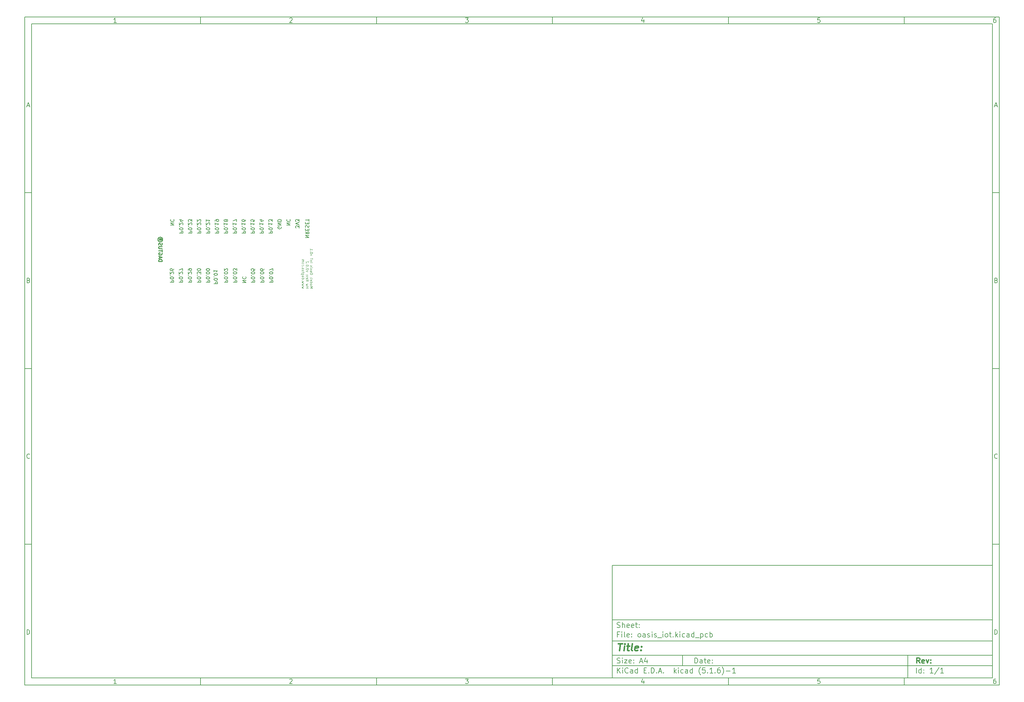
<source format=gbo>
G04 #@! TF.GenerationSoftware,KiCad,Pcbnew,(5.1.6)-1*
G04 #@! TF.CreationDate,2021-06-30T18:45:26-06:00*
G04 #@! TF.ProjectId,oasis_iot,6f617369-735f-4696-9f74-2e6b69636164,rev?*
G04 #@! TF.SameCoordinates,Original*
G04 #@! TF.FileFunction,Legend,Bot*
G04 #@! TF.FilePolarity,Positive*
%FSLAX46Y46*%
G04 Gerber Fmt 4.6, Leading zero omitted, Abs format (unit mm)*
G04 Created by KiCad (PCBNEW (5.1.6)-1) date 2021-06-30 18:45:26*
%MOMM*%
%LPD*%
G01*
G04 APERTURE LIST*
%ADD10C,0.100000*%
%ADD11C,0.150000*%
%ADD12C,0.300000*%
%ADD13C,0.400000*%
%ADD14C,0.125000*%
%ADD15C,0.250000*%
G04 APERTURE END LIST*
D10*
D11*
X177002200Y-166007200D02*
X177002200Y-198007200D01*
X285002200Y-198007200D01*
X285002200Y-166007200D01*
X177002200Y-166007200D01*
D10*
D11*
X10000000Y-10000000D02*
X10000000Y-200007200D01*
X287002200Y-200007200D01*
X287002200Y-10000000D01*
X10000000Y-10000000D01*
D10*
D11*
X12000000Y-12000000D02*
X12000000Y-198007200D01*
X285002200Y-198007200D01*
X285002200Y-12000000D01*
X12000000Y-12000000D01*
D10*
D11*
X60000000Y-12000000D02*
X60000000Y-10000000D01*
D10*
D11*
X110000000Y-12000000D02*
X110000000Y-10000000D01*
D10*
D11*
X160000000Y-12000000D02*
X160000000Y-10000000D01*
D10*
D11*
X210000000Y-12000000D02*
X210000000Y-10000000D01*
D10*
D11*
X260000000Y-12000000D02*
X260000000Y-10000000D01*
D10*
D11*
X36065476Y-11588095D02*
X35322619Y-11588095D01*
X35694047Y-11588095D02*
X35694047Y-10288095D01*
X35570238Y-10473809D01*
X35446428Y-10597619D01*
X35322619Y-10659523D01*
D10*
D11*
X85322619Y-10411904D02*
X85384523Y-10350000D01*
X85508333Y-10288095D01*
X85817857Y-10288095D01*
X85941666Y-10350000D01*
X86003571Y-10411904D01*
X86065476Y-10535714D01*
X86065476Y-10659523D01*
X86003571Y-10845238D01*
X85260714Y-11588095D01*
X86065476Y-11588095D01*
D10*
D11*
X135260714Y-10288095D02*
X136065476Y-10288095D01*
X135632142Y-10783333D01*
X135817857Y-10783333D01*
X135941666Y-10845238D01*
X136003571Y-10907142D01*
X136065476Y-11030952D01*
X136065476Y-11340476D01*
X136003571Y-11464285D01*
X135941666Y-11526190D01*
X135817857Y-11588095D01*
X135446428Y-11588095D01*
X135322619Y-11526190D01*
X135260714Y-11464285D01*
D10*
D11*
X185941666Y-10721428D02*
X185941666Y-11588095D01*
X185632142Y-10226190D02*
X185322619Y-11154761D01*
X186127380Y-11154761D01*
D10*
D11*
X236003571Y-10288095D02*
X235384523Y-10288095D01*
X235322619Y-10907142D01*
X235384523Y-10845238D01*
X235508333Y-10783333D01*
X235817857Y-10783333D01*
X235941666Y-10845238D01*
X236003571Y-10907142D01*
X236065476Y-11030952D01*
X236065476Y-11340476D01*
X236003571Y-11464285D01*
X235941666Y-11526190D01*
X235817857Y-11588095D01*
X235508333Y-11588095D01*
X235384523Y-11526190D01*
X235322619Y-11464285D01*
D10*
D11*
X285941666Y-10288095D02*
X285694047Y-10288095D01*
X285570238Y-10350000D01*
X285508333Y-10411904D01*
X285384523Y-10597619D01*
X285322619Y-10845238D01*
X285322619Y-11340476D01*
X285384523Y-11464285D01*
X285446428Y-11526190D01*
X285570238Y-11588095D01*
X285817857Y-11588095D01*
X285941666Y-11526190D01*
X286003571Y-11464285D01*
X286065476Y-11340476D01*
X286065476Y-11030952D01*
X286003571Y-10907142D01*
X285941666Y-10845238D01*
X285817857Y-10783333D01*
X285570238Y-10783333D01*
X285446428Y-10845238D01*
X285384523Y-10907142D01*
X285322619Y-11030952D01*
D10*
D11*
X60000000Y-198007200D02*
X60000000Y-200007200D01*
D10*
D11*
X110000000Y-198007200D02*
X110000000Y-200007200D01*
D10*
D11*
X160000000Y-198007200D02*
X160000000Y-200007200D01*
D10*
D11*
X210000000Y-198007200D02*
X210000000Y-200007200D01*
D10*
D11*
X260000000Y-198007200D02*
X260000000Y-200007200D01*
D10*
D11*
X36065476Y-199595295D02*
X35322619Y-199595295D01*
X35694047Y-199595295D02*
X35694047Y-198295295D01*
X35570238Y-198481009D01*
X35446428Y-198604819D01*
X35322619Y-198666723D01*
D10*
D11*
X85322619Y-198419104D02*
X85384523Y-198357200D01*
X85508333Y-198295295D01*
X85817857Y-198295295D01*
X85941666Y-198357200D01*
X86003571Y-198419104D01*
X86065476Y-198542914D01*
X86065476Y-198666723D01*
X86003571Y-198852438D01*
X85260714Y-199595295D01*
X86065476Y-199595295D01*
D10*
D11*
X135260714Y-198295295D02*
X136065476Y-198295295D01*
X135632142Y-198790533D01*
X135817857Y-198790533D01*
X135941666Y-198852438D01*
X136003571Y-198914342D01*
X136065476Y-199038152D01*
X136065476Y-199347676D01*
X136003571Y-199471485D01*
X135941666Y-199533390D01*
X135817857Y-199595295D01*
X135446428Y-199595295D01*
X135322619Y-199533390D01*
X135260714Y-199471485D01*
D10*
D11*
X185941666Y-198728628D02*
X185941666Y-199595295D01*
X185632142Y-198233390D02*
X185322619Y-199161961D01*
X186127380Y-199161961D01*
D10*
D11*
X236003571Y-198295295D02*
X235384523Y-198295295D01*
X235322619Y-198914342D01*
X235384523Y-198852438D01*
X235508333Y-198790533D01*
X235817857Y-198790533D01*
X235941666Y-198852438D01*
X236003571Y-198914342D01*
X236065476Y-199038152D01*
X236065476Y-199347676D01*
X236003571Y-199471485D01*
X235941666Y-199533390D01*
X235817857Y-199595295D01*
X235508333Y-199595295D01*
X235384523Y-199533390D01*
X235322619Y-199471485D01*
D10*
D11*
X285941666Y-198295295D02*
X285694047Y-198295295D01*
X285570238Y-198357200D01*
X285508333Y-198419104D01*
X285384523Y-198604819D01*
X285322619Y-198852438D01*
X285322619Y-199347676D01*
X285384523Y-199471485D01*
X285446428Y-199533390D01*
X285570238Y-199595295D01*
X285817857Y-199595295D01*
X285941666Y-199533390D01*
X286003571Y-199471485D01*
X286065476Y-199347676D01*
X286065476Y-199038152D01*
X286003571Y-198914342D01*
X285941666Y-198852438D01*
X285817857Y-198790533D01*
X285570238Y-198790533D01*
X285446428Y-198852438D01*
X285384523Y-198914342D01*
X285322619Y-199038152D01*
D10*
D11*
X10000000Y-60000000D02*
X12000000Y-60000000D01*
D10*
D11*
X10000000Y-110000000D02*
X12000000Y-110000000D01*
D10*
D11*
X10000000Y-160000000D02*
X12000000Y-160000000D01*
D10*
D11*
X10690476Y-35216666D02*
X11309523Y-35216666D01*
X10566666Y-35588095D02*
X11000000Y-34288095D01*
X11433333Y-35588095D01*
D10*
D11*
X11092857Y-84907142D02*
X11278571Y-84969047D01*
X11340476Y-85030952D01*
X11402380Y-85154761D01*
X11402380Y-85340476D01*
X11340476Y-85464285D01*
X11278571Y-85526190D01*
X11154761Y-85588095D01*
X10659523Y-85588095D01*
X10659523Y-84288095D01*
X11092857Y-84288095D01*
X11216666Y-84350000D01*
X11278571Y-84411904D01*
X11340476Y-84535714D01*
X11340476Y-84659523D01*
X11278571Y-84783333D01*
X11216666Y-84845238D01*
X11092857Y-84907142D01*
X10659523Y-84907142D01*
D10*
D11*
X11402380Y-135464285D02*
X11340476Y-135526190D01*
X11154761Y-135588095D01*
X11030952Y-135588095D01*
X10845238Y-135526190D01*
X10721428Y-135402380D01*
X10659523Y-135278571D01*
X10597619Y-135030952D01*
X10597619Y-134845238D01*
X10659523Y-134597619D01*
X10721428Y-134473809D01*
X10845238Y-134350000D01*
X11030952Y-134288095D01*
X11154761Y-134288095D01*
X11340476Y-134350000D01*
X11402380Y-134411904D01*
D10*
D11*
X10659523Y-185588095D02*
X10659523Y-184288095D01*
X10969047Y-184288095D01*
X11154761Y-184350000D01*
X11278571Y-184473809D01*
X11340476Y-184597619D01*
X11402380Y-184845238D01*
X11402380Y-185030952D01*
X11340476Y-185278571D01*
X11278571Y-185402380D01*
X11154761Y-185526190D01*
X10969047Y-185588095D01*
X10659523Y-185588095D01*
D10*
D11*
X287002200Y-60000000D02*
X285002200Y-60000000D01*
D10*
D11*
X287002200Y-110000000D02*
X285002200Y-110000000D01*
D10*
D11*
X287002200Y-160000000D02*
X285002200Y-160000000D01*
D10*
D11*
X285692676Y-35216666D02*
X286311723Y-35216666D01*
X285568866Y-35588095D02*
X286002200Y-34288095D01*
X286435533Y-35588095D01*
D10*
D11*
X286095057Y-84907142D02*
X286280771Y-84969047D01*
X286342676Y-85030952D01*
X286404580Y-85154761D01*
X286404580Y-85340476D01*
X286342676Y-85464285D01*
X286280771Y-85526190D01*
X286156961Y-85588095D01*
X285661723Y-85588095D01*
X285661723Y-84288095D01*
X286095057Y-84288095D01*
X286218866Y-84350000D01*
X286280771Y-84411904D01*
X286342676Y-84535714D01*
X286342676Y-84659523D01*
X286280771Y-84783333D01*
X286218866Y-84845238D01*
X286095057Y-84907142D01*
X285661723Y-84907142D01*
D10*
D11*
X286404580Y-135464285D02*
X286342676Y-135526190D01*
X286156961Y-135588095D01*
X286033152Y-135588095D01*
X285847438Y-135526190D01*
X285723628Y-135402380D01*
X285661723Y-135278571D01*
X285599819Y-135030952D01*
X285599819Y-134845238D01*
X285661723Y-134597619D01*
X285723628Y-134473809D01*
X285847438Y-134350000D01*
X286033152Y-134288095D01*
X286156961Y-134288095D01*
X286342676Y-134350000D01*
X286404580Y-134411904D01*
D10*
D11*
X285661723Y-185588095D02*
X285661723Y-184288095D01*
X285971247Y-184288095D01*
X286156961Y-184350000D01*
X286280771Y-184473809D01*
X286342676Y-184597619D01*
X286404580Y-184845238D01*
X286404580Y-185030952D01*
X286342676Y-185278571D01*
X286280771Y-185402380D01*
X286156961Y-185526190D01*
X285971247Y-185588095D01*
X285661723Y-185588095D01*
D10*
D11*
X200434342Y-193785771D02*
X200434342Y-192285771D01*
X200791485Y-192285771D01*
X201005771Y-192357200D01*
X201148628Y-192500057D01*
X201220057Y-192642914D01*
X201291485Y-192928628D01*
X201291485Y-193142914D01*
X201220057Y-193428628D01*
X201148628Y-193571485D01*
X201005771Y-193714342D01*
X200791485Y-193785771D01*
X200434342Y-193785771D01*
X202577200Y-193785771D02*
X202577200Y-193000057D01*
X202505771Y-192857200D01*
X202362914Y-192785771D01*
X202077200Y-192785771D01*
X201934342Y-192857200D01*
X202577200Y-193714342D02*
X202434342Y-193785771D01*
X202077200Y-193785771D01*
X201934342Y-193714342D01*
X201862914Y-193571485D01*
X201862914Y-193428628D01*
X201934342Y-193285771D01*
X202077200Y-193214342D01*
X202434342Y-193214342D01*
X202577200Y-193142914D01*
X203077200Y-192785771D02*
X203648628Y-192785771D01*
X203291485Y-192285771D02*
X203291485Y-193571485D01*
X203362914Y-193714342D01*
X203505771Y-193785771D01*
X203648628Y-193785771D01*
X204720057Y-193714342D02*
X204577200Y-193785771D01*
X204291485Y-193785771D01*
X204148628Y-193714342D01*
X204077200Y-193571485D01*
X204077200Y-193000057D01*
X204148628Y-192857200D01*
X204291485Y-192785771D01*
X204577200Y-192785771D01*
X204720057Y-192857200D01*
X204791485Y-193000057D01*
X204791485Y-193142914D01*
X204077200Y-193285771D01*
X205434342Y-193642914D02*
X205505771Y-193714342D01*
X205434342Y-193785771D01*
X205362914Y-193714342D01*
X205434342Y-193642914D01*
X205434342Y-193785771D01*
X205434342Y-192857200D02*
X205505771Y-192928628D01*
X205434342Y-193000057D01*
X205362914Y-192928628D01*
X205434342Y-192857200D01*
X205434342Y-193000057D01*
D10*
D11*
X177002200Y-194507200D02*
X285002200Y-194507200D01*
D10*
D11*
X178434342Y-196585771D02*
X178434342Y-195085771D01*
X179291485Y-196585771D02*
X178648628Y-195728628D01*
X179291485Y-195085771D02*
X178434342Y-195942914D01*
X179934342Y-196585771D02*
X179934342Y-195585771D01*
X179934342Y-195085771D02*
X179862914Y-195157200D01*
X179934342Y-195228628D01*
X180005771Y-195157200D01*
X179934342Y-195085771D01*
X179934342Y-195228628D01*
X181505771Y-196442914D02*
X181434342Y-196514342D01*
X181220057Y-196585771D01*
X181077200Y-196585771D01*
X180862914Y-196514342D01*
X180720057Y-196371485D01*
X180648628Y-196228628D01*
X180577200Y-195942914D01*
X180577200Y-195728628D01*
X180648628Y-195442914D01*
X180720057Y-195300057D01*
X180862914Y-195157200D01*
X181077200Y-195085771D01*
X181220057Y-195085771D01*
X181434342Y-195157200D01*
X181505771Y-195228628D01*
X182791485Y-196585771D02*
X182791485Y-195800057D01*
X182720057Y-195657200D01*
X182577200Y-195585771D01*
X182291485Y-195585771D01*
X182148628Y-195657200D01*
X182791485Y-196514342D02*
X182648628Y-196585771D01*
X182291485Y-196585771D01*
X182148628Y-196514342D01*
X182077200Y-196371485D01*
X182077200Y-196228628D01*
X182148628Y-196085771D01*
X182291485Y-196014342D01*
X182648628Y-196014342D01*
X182791485Y-195942914D01*
X184148628Y-196585771D02*
X184148628Y-195085771D01*
X184148628Y-196514342D02*
X184005771Y-196585771D01*
X183720057Y-196585771D01*
X183577200Y-196514342D01*
X183505771Y-196442914D01*
X183434342Y-196300057D01*
X183434342Y-195871485D01*
X183505771Y-195728628D01*
X183577200Y-195657200D01*
X183720057Y-195585771D01*
X184005771Y-195585771D01*
X184148628Y-195657200D01*
X186005771Y-195800057D02*
X186505771Y-195800057D01*
X186720057Y-196585771D02*
X186005771Y-196585771D01*
X186005771Y-195085771D01*
X186720057Y-195085771D01*
X187362914Y-196442914D02*
X187434342Y-196514342D01*
X187362914Y-196585771D01*
X187291485Y-196514342D01*
X187362914Y-196442914D01*
X187362914Y-196585771D01*
X188077200Y-196585771D02*
X188077200Y-195085771D01*
X188434342Y-195085771D01*
X188648628Y-195157200D01*
X188791485Y-195300057D01*
X188862914Y-195442914D01*
X188934342Y-195728628D01*
X188934342Y-195942914D01*
X188862914Y-196228628D01*
X188791485Y-196371485D01*
X188648628Y-196514342D01*
X188434342Y-196585771D01*
X188077200Y-196585771D01*
X189577200Y-196442914D02*
X189648628Y-196514342D01*
X189577200Y-196585771D01*
X189505771Y-196514342D01*
X189577200Y-196442914D01*
X189577200Y-196585771D01*
X190220057Y-196157200D02*
X190934342Y-196157200D01*
X190077200Y-196585771D02*
X190577200Y-195085771D01*
X191077200Y-196585771D01*
X191577200Y-196442914D02*
X191648628Y-196514342D01*
X191577200Y-196585771D01*
X191505771Y-196514342D01*
X191577200Y-196442914D01*
X191577200Y-196585771D01*
X194577200Y-196585771D02*
X194577200Y-195085771D01*
X194720057Y-196014342D02*
X195148628Y-196585771D01*
X195148628Y-195585771D02*
X194577200Y-196157200D01*
X195791485Y-196585771D02*
X195791485Y-195585771D01*
X195791485Y-195085771D02*
X195720057Y-195157200D01*
X195791485Y-195228628D01*
X195862914Y-195157200D01*
X195791485Y-195085771D01*
X195791485Y-195228628D01*
X197148628Y-196514342D02*
X197005771Y-196585771D01*
X196720057Y-196585771D01*
X196577200Y-196514342D01*
X196505771Y-196442914D01*
X196434342Y-196300057D01*
X196434342Y-195871485D01*
X196505771Y-195728628D01*
X196577200Y-195657200D01*
X196720057Y-195585771D01*
X197005771Y-195585771D01*
X197148628Y-195657200D01*
X198434342Y-196585771D02*
X198434342Y-195800057D01*
X198362914Y-195657200D01*
X198220057Y-195585771D01*
X197934342Y-195585771D01*
X197791485Y-195657200D01*
X198434342Y-196514342D02*
X198291485Y-196585771D01*
X197934342Y-196585771D01*
X197791485Y-196514342D01*
X197720057Y-196371485D01*
X197720057Y-196228628D01*
X197791485Y-196085771D01*
X197934342Y-196014342D01*
X198291485Y-196014342D01*
X198434342Y-195942914D01*
X199791485Y-196585771D02*
X199791485Y-195085771D01*
X199791485Y-196514342D02*
X199648628Y-196585771D01*
X199362914Y-196585771D01*
X199220057Y-196514342D01*
X199148628Y-196442914D01*
X199077200Y-196300057D01*
X199077200Y-195871485D01*
X199148628Y-195728628D01*
X199220057Y-195657200D01*
X199362914Y-195585771D01*
X199648628Y-195585771D01*
X199791485Y-195657200D01*
X202077200Y-197157200D02*
X202005771Y-197085771D01*
X201862914Y-196871485D01*
X201791485Y-196728628D01*
X201720057Y-196514342D01*
X201648628Y-196157200D01*
X201648628Y-195871485D01*
X201720057Y-195514342D01*
X201791485Y-195300057D01*
X201862914Y-195157200D01*
X202005771Y-194942914D01*
X202077200Y-194871485D01*
X203362914Y-195085771D02*
X202648628Y-195085771D01*
X202577200Y-195800057D01*
X202648628Y-195728628D01*
X202791485Y-195657200D01*
X203148628Y-195657200D01*
X203291485Y-195728628D01*
X203362914Y-195800057D01*
X203434342Y-195942914D01*
X203434342Y-196300057D01*
X203362914Y-196442914D01*
X203291485Y-196514342D01*
X203148628Y-196585771D01*
X202791485Y-196585771D01*
X202648628Y-196514342D01*
X202577200Y-196442914D01*
X204077200Y-196442914D02*
X204148628Y-196514342D01*
X204077200Y-196585771D01*
X204005771Y-196514342D01*
X204077200Y-196442914D01*
X204077200Y-196585771D01*
X205577200Y-196585771D02*
X204720057Y-196585771D01*
X205148628Y-196585771D02*
X205148628Y-195085771D01*
X205005771Y-195300057D01*
X204862914Y-195442914D01*
X204720057Y-195514342D01*
X206220057Y-196442914D02*
X206291485Y-196514342D01*
X206220057Y-196585771D01*
X206148628Y-196514342D01*
X206220057Y-196442914D01*
X206220057Y-196585771D01*
X207577200Y-195085771D02*
X207291485Y-195085771D01*
X207148628Y-195157200D01*
X207077200Y-195228628D01*
X206934342Y-195442914D01*
X206862914Y-195728628D01*
X206862914Y-196300057D01*
X206934342Y-196442914D01*
X207005771Y-196514342D01*
X207148628Y-196585771D01*
X207434342Y-196585771D01*
X207577200Y-196514342D01*
X207648628Y-196442914D01*
X207720057Y-196300057D01*
X207720057Y-195942914D01*
X207648628Y-195800057D01*
X207577200Y-195728628D01*
X207434342Y-195657200D01*
X207148628Y-195657200D01*
X207005771Y-195728628D01*
X206934342Y-195800057D01*
X206862914Y-195942914D01*
X208220057Y-197157200D02*
X208291485Y-197085771D01*
X208434342Y-196871485D01*
X208505771Y-196728628D01*
X208577200Y-196514342D01*
X208648628Y-196157200D01*
X208648628Y-195871485D01*
X208577200Y-195514342D01*
X208505771Y-195300057D01*
X208434342Y-195157200D01*
X208291485Y-194942914D01*
X208220057Y-194871485D01*
X209362914Y-196014342D02*
X210505771Y-196014342D01*
X212005771Y-196585771D02*
X211148628Y-196585771D01*
X211577200Y-196585771D02*
X211577200Y-195085771D01*
X211434342Y-195300057D01*
X211291485Y-195442914D01*
X211148628Y-195514342D01*
D10*
D11*
X177002200Y-191507200D02*
X285002200Y-191507200D01*
D10*
D12*
X264411485Y-193785771D02*
X263911485Y-193071485D01*
X263554342Y-193785771D02*
X263554342Y-192285771D01*
X264125771Y-192285771D01*
X264268628Y-192357200D01*
X264340057Y-192428628D01*
X264411485Y-192571485D01*
X264411485Y-192785771D01*
X264340057Y-192928628D01*
X264268628Y-193000057D01*
X264125771Y-193071485D01*
X263554342Y-193071485D01*
X265625771Y-193714342D02*
X265482914Y-193785771D01*
X265197200Y-193785771D01*
X265054342Y-193714342D01*
X264982914Y-193571485D01*
X264982914Y-193000057D01*
X265054342Y-192857200D01*
X265197200Y-192785771D01*
X265482914Y-192785771D01*
X265625771Y-192857200D01*
X265697200Y-193000057D01*
X265697200Y-193142914D01*
X264982914Y-193285771D01*
X266197200Y-192785771D02*
X266554342Y-193785771D01*
X266911485Y-192785771D01*
X267482914Y-193642914D02*
X267554342Y-193714342D01*
X267482914Y-193785771D01*
X267411485Y-193714342D01*
X267482914Y-193642914D01*
X267482914Y-193785771D01*
X267482914Y-192857200D02*
X267554342Y-192928628D01*
X267482914Y-193000057D01*
X267411485Y-192928628D01*
X267482914Y-192857200D01*
X267482914Y-193000057D01*
D10*
D11*
X178362914Y-193714342D02*
X178577200Y-193785771D01*
X178934342Y-193785771D01*
X179077200Y-193714342D01*
X179148628Y-193642914D01*
X179220057Y-193500057D01*
X179220057Y-193357200D01*
X179148628Y-193214342D01*
X179077200Y-193142914D01*
X178934342Y-193071485D01*
X178648628Y-193000057D01*
X178505771Y-192928628D01*
X178434342Y-192857200D01*
X178362914Y-192714342D01*
X178362914Y-192571485D01*
X178434342Y-192428628D01*
X178505771Y-192357200D01*
X178648628Y-192285771D01*
X179005771Y-192285771D01*
X179220057Y-192357200D01*
X179862914Y-193785771D02*
X179862914Y-192785771D01*
X179862914Y-192285771D02*
X179791485Y-192357200D01*
X179862914Y-192428628D01*
X179934342Y-192357200D01*
X179862914Y-192285771D01*
X179862914Y-192428628D01*
X180434342Y-192785771D02*
X181220057Y-192785771D01*
X180434342Y-193785771D01*
X181220057Y-193785771D01*
X182362914Y-193714342D02*
X182220057Y-193785771D01*
X181934342Y-193785771D01*
X181791485Y-193714342D01*
X181720057Y-193571485D01*
X181720057Y-193000057D01*
X181791485Y-192857200D01*
X181934342Y-192785771D01*
X182220057Y-192785771D01*
X182362914Y-192857200D01*
X182434342Y-193000057D01*
X182434342Y-193142914D01*
X181720057Y-193285771D01*
X183077200Y-193642914D02*
X183148628Y-193714342D01*
X183077200Y-193785771D01*
X183005771Y-193714342D01*
X183077200Y-193642914D01*
X183077200Y-193785771D01*
X183077200Y-192857200D02*
X183148628Y-192928628D01*
X183077200Y-193000057D01*
X183005771Y-192928628D01*
X183077200Y-192857200D01*
X183077200Y-193000057D01*
X184862914Y-193357200D02*
X185577200Y-193357200D01*
X184720057Y-193785771D02*
X185220057Y-192285771D01*
X185720057Y-193785771D01*
X186862914Y-192785771D02*
X186862914Y-193785771D01*
X186505771Y-192214342D02*
X186148628Y-193285771D01*
X187077200Y-193285771D01*
D10*
D11*
X263434342Y-196585771D02*
X263434342Y-195085771D01*
X264791485Y-196585771D02*
X264791485Y-195085771D01*
X264791485Y-196514342D02*
X264648628Y-196585771D01*
X264362914Y-196585771D01*
X264220057Y-196514342D01*
X264148628Y-196442914D01*
X264077200Y-196300057D01*
X264077200Y-195871485D01*
X264148628Y-195728628D01*
X264220057Y-195657200D01*
X264362914Y-195585771D01*
X264648628Y-195585771D01*
X264791485Y-195657200D01*
X265505771Y-196442914D02*
X265577200Y-196514342D01*
X265505771Y-196585771D01*
X265434342Y-196514342D01*
X265505771Y-196442914D01*
X265505771Y-196585771D01*
X265505771Y-195657200D02*
X265577200Y-195728628D01*
X265505771Y-195800057D01*
X265434342Y-195728628D01*
X265505771Y-195657200D01*
X265505771Y-195800057D01*
X268148628Y-196585771D02*
X267291485Y-196585771D01*
X267720057Y-196585771D02*
X267720057Y-195085771D01*
X267577200Y-195300057D01*
X267434342Y-195442914D01*
X267291485Y-195514342D01*
X269862914Y-195014342D02*
X268577200Y-196942914D01*
X271148628Y-196585771D02*
X270291485Y-196585771D01*
X270720057Y-196585771D02*
X270720057Y-195085771D01*
X270577200Y-195300057D01*
X270434342Y-195442914D01*
X270291485Y-195514342D01*
D10*
D11*
X177002200Y-187507200D02*
X285002200Y-187507200D01*
D10*
D13*
X178714580Y-188211961D02*
X179857438Y-188211961D01*
X179036009Y-190211961D02*
X179286009Y-188211961D01*
X180274104Y-190211961D02*
X180440771Y-188878628D01*
X180524104Y-188211961D02*
X180416961Y-188307200D01*
X180500295Y-188402438D01*
X180607438Y-188307200D01*
X180524104Y-188211961D01*
X180500295Y-188402438D01*
X181107438Y-188878628D02*
X181869342Y-188878628D01*
X181476485Y-188211961D02*
X181262200Y-189926247D01*
X181333628Y-190116723D01*
X181512200Y-190211961D01*
X181702676Y-190211961D01*
X182655057Y-190211961D02*
X182476485Y-190116723D01*
X182405057Y-189926247D01*
X182619342Y-188211961D01*
X184190771Y-190116723D02*
X183988390Y-190211961D01*
X183607438Y-190211961D01*
X183428866Y-190116723D01*
X183357438Y-189926247D01*
X183452676Y-189164342D01*
X183571723Y-188973866D01*
X183774104Y-188878628D01*
X184155057Y-188878628D01*
X184333628Y-188973866D01*
X184405057Y-189164342D01*
X184381247Y-189354819D01*
X183405057Y-189545295D01*
X185155057Y-190021485D02*
X185238390Y-190116723D01*
X185131247Y-190211961D01*
X185047914Y-190116723D01*
X185155057Y-190021485D01*
X185131247Y-190211961D01*
X185286009Y-188973866D02*
X185369342Y-189069104D01*
X185262200Y-189164342D01*
X185178866Y-189069104D01*
X185286009Y-188973866D01*
X185262200Y-189164342D01*
D10*
D11*
X178934342Y-185600057D02*
X178434342Y-185600057D01*
X178434342Y-186385771D02*
X178434342Y-184885771D01*
X179148628Y-184885771D01*
X179720057Y-186385771D02*
X179720057Y-185385771D01*
X179720057Y-184885771D02*
X179648628Y-184957200D01*
X179720057Y-185028628D01*
X179791485Y-184957200D01*
X179720057Y-184885771D01*
X179720057Y-185028628D01*
X180648628Y-186385771D02*
X180505771Y-186314342D01*
X180434342Y-186171485D01*
X180434342Y-184885771D01*
X181791485Y-186314342D02*
X181648628Y-186385771D01*
X181362914Y-186385771D01*
X181220057Y-186314342D01*
X181148628Y-186171485D01*
X181148628Y-185600057D01*
X181220057Y-185457200D01*
X181362914Y-185385771D01*
X181648628Y-185385771D01*
X181791485Y-185457200D01*
X181862914Y-185600057D01*
X181862914Y-185742914D01*
X181148628Y-185885771D01*
X182505771Y-186242914D02*
X182577200Y-186314342D01*
X182505771Y-186385771D01*
X182434342Y-186314342D01*
X182505771Y-186242914D01*
X182505771Y-186385771D01*
X182505771Y-185457200D02*
X182577200Y-185528628D01*
X182505771Y-185600057D01*
X182434342Y-185528628D01*
X182505771Y-185457200D01*
X182505771Y-185600057D01*
X184577200Y-186385771D02*
X184434342Y-186314342D01*
X184362914Y-186242914D01*
X184291485Y-186100057D01*
X184291485Y-185671485D01*
X184362914Y-185528628D01*
X184434342Y-185457200D01*
X184577200Y-185385771D01*
X184791485Y-185385771D01*
X184934342Y-185457200D01*
X185005771Y-185528628D01*
X185077200Y-185671485D01*
X185077200Y-186100057D01*
X185005771Y-186242914D01*
X184934342Y-186314342D01*
X184791485Y-186385771D01*
X184577200Y-186385771D01*
X186362914Y-186385771D02*
X186362914Y-185600057D01*
X186291485Y-185457200D01*
X186148628Y-185385771D01*
X185862914Y-185385771D01*
X185720057Y-185457200D01*
X186362914Y-186314342D02*
X186220057Y-186385771D01*
X185862914Y-186385771D01*
X185720057Y-186314342D01*
X185648628Y-186171485D01*
X185648628Y-186028628D01*
X185720057Y-185885771D01*
X185862914Y-185814342D01*
X186220057Y-185814342D01*
X186362914Y-185742914D01*
X187005771Y-186314342D02*
X187148628Y-186385771D01*
X187434342Y-186385771D01*
X187577200Y-186314342D01*
X187648628Y-186171485D01*
X187648628Y-186100057D01*
X187577200Y-185957200D01*
X187434342Y-185885771D01*
X187220057Y-185885771D01*
X187077200Y-185814342D01*
X187005771Y-185671485D01*
X187005771Y-185600057D01*
X187077200Y-185457200D01*
X187220057Y-185385771D01*
X187434342Y-185385771D01*
X187577200Y-185457200D01*
X188291485Y-186385771D02*
X188291485Y-185385771D01*
X188291485Y-184885771D02*
X188220057Y-184957200D01*
X188291485Y-185028628D01*
X188362914Y-184957200D01*
X188291485Y-184885771D01*
X188291485Y-185028628D01*
X188934342Y-186314342D02*
X189077200Y-186385771D01*
X189362914Y-186385771D01*
X189505771Y-186314342D01*
X189577200Y-186171485D01*
X189577200Y-186100057D01*
X189505771Y-185957200D01*
X189362914Y-185885771D01*
X189148628Y-185885771D01*
X189005771Y-185814342D01*
X188934342Y-185671485D01*
X188934342Y-185600057D01*
X189005771Y-185457200D01*
X189148628Y-185385771D01*
X189362914Y-185385771D01*
X189505771Y-185457200D01*
X189862914Y-186528628D02*
X191005771Y-186528628D01*
X191362914Y-186385771D02*
X191362914Y-185385771D01*
X191362914Y-184885771D02*
X191291485Y-184957200D01*
X191362914Y-185028628D01*
X191434342Y-184957200D01*
X191362914Y-184885771D01*
X191362914Y-185028628D01*
X192291485Y-186385771D02*
X192148628Y-186314342D01*
X192077200Y-186242914D01*
X192005771Y-186100057D01*
X192005771Y-185671485D01*
X192077200Y-185528628D01*
X192148628Y-185457200D01*
X192291485Y-185385771D01*
X192505771Y-185385771D01*
X192648628Y-185457200D01*
X192720057Y-185528628D01*
X192791485Y-185671485D01*
X192791485Y-186100057D01*
X192720057Y-186242914D01*
X192648628Y-186314342D01*
X192505771Y-186385771D01*
X192291485Y-186385771D01*
X193220057Y-185385771D02*
X193791485Y-185385771D01*
X193434342Y-184885771D02*
X193434342Y-186171485D01*
X193505771Y-186314342D01*
X193648628Y-186385771D01*
X193791485Y-186385771D01*
X194291485Y-186242914D02*
X194362914Y-186314342D01*
X194291485Y-186385771D01*
X194220057Y-186314342D01*
X194291485Y-186242914D01*
X194291485Y-186385771D01*
X195005771Y-186385771D02*
X195005771Y-184885771D01*
X195148628Y-185814342D02*
X195577200Y-186385771D01*
X195577200Y-185385771D02*
X195005771Y-185957200D01*
X196220057Y-186385771D02*
X196220057Y-185385771D01*
X196220057Y-184885771D02*
X196148628Y-184957200D01*
X196220057Y-185028628D01*
X196291485Y-184957200D01*
X196220057Y-184885771D01*
X196220057Y-185028628D01*
X197577200Y-186314342D02*
X197434342Y-186385771D01*
X197148628Y-186385771D01*
X197005771Y-186314342D01*
X196934342Y-186242914D01*
X196862914Y-186100057D01*
X196862914Y-185671485D01*
X196934342Y-185528628D01*
X197005771Y-185457200D01*
X197148628Y-185385771D01*
X197434342Y-185385771D01*
X197577200Y-185457200D01*
X198862914Y-186385771D02*
X198862914Y-185600057D01*
X198791485Y-185457200D01*
X198648628Y-185385771D01*
X198362914Y-185385771D01*
X198220057Y-185457200D01*
X198862914Y-186314342D02*
X198720057Y-186385771D01*
X198362914Y-186385771D01*
X198220057Y-186314342D01*
X198148628Y-186171485D01*
X198148628Y-186028628D01*
X198220057Y-185885771D01*
X198362914Y-185814342D01*
X198720057Y-185814342D01*
X198862914Y-185742914D01*
X200220057Y-186385771D02*
X200220057Y-184885771D01*
X200220057Y-186314342D02*
X200077200Y-186385771D01*
X199791485Y-186385771D01*
X199648628Y-186314342D01*
X199577200Y-186242914D01*
X199505771Y-186100057D01*
X199505771Y-185671485D01*
X199577200Y-185528628D01*
X199648628Y-185457200D01*
X199791485Y-185385771D01*
X200077200Y-185385771D01*
X200220057Y-185457200D01*
X200577200Y-186528628D02*
X201720057Y-186528628D01*
X202077200Y-185385771D02*
X202077200Y-186885771D01*
X202077200Y-185457200D02*
X202220057Y-185385771D01*
X202505771Y-185385771D01*
X202648628Y-185457200D01*
X202720057Y-185528628D01*
X202791485Y-185671485D01*
X202791485Y-186100057D01*
X202720057Y-186242914D01*
X202648628Y-186314342D01*
X202505771Y-186385771D01*
X202220057Y-186385771D01*
X202077200Y-186314342D01*
X204077200Y-186314342D02*
X203934342Y-186385771D01*
X203648628Y-186385771D01*
X203505771Y-186314342D01*
X203434342Y-186242914D01*
X203362914Y-186100057D01*
X203362914Y-185671485D01*
X203434342Y-185528628D01*
X203505771Y-185457200D01*
X203648628Y-185385771D01*
X203934342Y-185385771D01*
X204077200Y-185457200D01*
X204720057Y-186385771D02*
X204720057Y-184885771D01*
X204720057Y-185457200D02*
X204862914Y-185385771D01*
X205148628Y-185385771D01*
X205291485Y-185457200D01*
X205362914Y-185528628D01*
X205434342Y-185671485D01*
X205434342Y-186100057D01*
X205362914Y-186242914D01*
X205291485Y-186314342D01*
X205148628Y-186385771D01*
X204862914Y-186385771D01*
X204720057Y-186314342D01*
D10*
D11*
X177002200Y-181507200D02*
X285002200Y-181507200D01*
D10*
D11*
X178362914Y-183614342D02*
X178577200Y-183685771D01*
X178934342Y-183685771D01*
X179077200Y-183614342D01*
X179148628Y-183542914D01*
X179220057Y-183400057D01*
X179220057Y-183257200D01*
X179148628Y-183114342D01*
X179077200Y-183042914D01*
X178934342Y-182971485D01*
X178648628Y-182900057D01*
X178505771Y-182828628D01*
X178434342Y-182757200D01*
X178362914Y-182614342D01*
X178362914Y-182471485D01*
X178434342Y-182328628D01*
X178505771Y-182257200D01*
X178648628Y-182185771D01*
X179005771Y-182185771D01*
X179220057Y-182257200D01*
X179862914Y-183685771D02*
X179862914Y-182185771D01*
X180505771Y-183685771D02*
X180505771Y-182900057D01*
X180434342Y-182757200D01*
X180291485Y-182685771D01*
X180077200Y-182685771D01*
X179934342Y-182757200D01*
X179862914Y-182828628D01*
X181791485Y-183614342D02*
X181648628Y-183685771D01*
X181362914Y-183685771D01*
X181220057Y-183614342D01*
X181148628Y-183471485D01*
X181148628Y-182900057D01*
X181220057Y-182757200D01*
X181362914Y-182685771D01*
X181648628Y-182685771D01*
X181791485Y-182757200D01*
X181862914Y-182900057D01*
X181862914Y-183042914D01*
X181148628Y-183185771D01*
X183077200Y-183614342D02*
X182934342Y-183685771D01*
X182648628Y-183685771D01*
X182505771Y-183614342D01*
X182434342Y-183471485D01*
X182434342Y-182900057D01*
X182505771Y-182757200D01*
X182648628Y-182685771D01*
X182934342Y-182685771D01*
X183077200Y-182757200D01*
X183148628Y-182900057D01*
X183148628Y-183042914D01*
X182434342Y-183185771D01*
X183577200Y-182685771D02*
X184148628Y-182685771D01*
X183791485Y-182185771D02*
X183791485Y-183471485D01*
X183862914Y-183614342D01*
X184005771Y-183685771D01*
X184148628Y-183685771D01*
X184648628Y-183542914D02*
X184720057Y-183614342D01*
X184648628Y-183685771D01*
X184577200Y-183614342D01*
X184648628Y-183542914D01*
X184648628Y-183685771D01*
X184648628Y-182757200D02*
X184720057Y-182828628D01*
X184648628Y-182900057D01*
X184577200Y-182828628D01*
X184648628Y-182757200D01*
X184648628Y-182900057D01*
D10*
D11*
X197002200Y-191507200D02*
X197002200Y-194507200D01*
D10*
D11*
X261002200Y-191507200D02*
X261002200Y-198007200D01*
D14*
X91126333Y-87108083D02*
X91826333Y-87108083D01*
X91326333Y-86874750D01*
X91826333Y-86641416D01*
X91126333Y-86641416D01*
X91126333Y-86208083D02*
X91159666Y-86274750D01*
X91193000Y-86308083D01*
X91259666Y-86341416D01*
X91459666Y-86341416D01*
X91526333Y-86308083D01*
X91559666Y-86274750D01*
X91593000Y-86208083D01*
X91593000Y-86108083D01*
X91559666Y-86041416D01*
X91526333Y-86008083D01*
X91459666Y-85974750D01*
X91259666Y-85974750D01*
X91193000Y-86008083D01*
X91159666Y-86041416D01*
X91126333Y-86108083D01*
X91126333Y-86208083D01*
X91126333Y-85374750D02*
X91826333Y-85374750D01*
X91159666Y-85374750D02*
X91126333Y-85441416D01*
X91126333Y-85574750D01*
X91159666Y-85641416D01*
X91193000Y-85674750D01*
X91259666Y-85708083D01*
X91459666Y-85708083D01*
X91526333Y-85674750D01*
X91559666Y-85641416D01*
X91593000Y-85574750D01*
X91593000Y-85441416D01*
X91559666Y-85374750D01*
X91159666Y-84774750D02*
X91126333Y-84841416D01*
X91126333Y-84974750D01*
X91159666Y-85041416D01*
X91226333Y-85074750D01*
X91493000Y-85074750D01*
X91559666Y-85041416D01*
X91593000Y-84974750D01*
X91593000Y-84841416D01*
X91559666Y-84774750D01*
X91493000Y-84741416D01*
X91426333Y-84741416D01*
X91359666Y-85074750D01*
X91126333Y-84341416D02*
X91159666Y-84408083D01*
X91226333Y-84441416D01*
X91826333Y-84441416D01*
X91193000Y-84074750D02*
X91159666Y-84041416D01*
X91126333Y-84074750D01*
X91159666Y-84108083D01*
X91193000Y-84074750D01*
X91126333Y-84074750D01*
X91559666Y-84074750D02*
X91526333Y-84041416D01*
X91493000Y-84074750D01*
X91526333Y-84108083D01*
X91559666Y-84074750D01*
X91493000Y-84074750D01*
X91826333Y-83074750D02*
X91826333Y-82941416D01*
X91793000Y-82874750D01*
X91726333Y-82808083D01*
X91593000Y-82774750D01*
X91359666Y-82774750D01*
X91226333Y-82808083D01*
X91159666Y-82874750D01*
X91126333Y-82941416D01*
X91126333Y-83074750D01*
X91159666Y-83141416D01*
X91226333Y-83208083D01*
X91359666Y-83241416D01*
X91593000Y-83241416D01*
X91726333Y-83208083D01*
X91793000Y-83141416D01*
X91826333Y-83074750D01*
X91126333Y-82174750D02*
X91493000Y-82174750D01*
X91559666Y-82208083D01*
X91593000Y-82274750D01*
X91593000Y-82408083D01*
X91559666Y-82474750D01*
X91159666Y-82174750D02*
X91126333Y-82241416D01*
X91126333Y-82408083D01*
X91159666Y-82474750D01*
X91226333Y-82508083D01*
X91293000Y-82508083D01*
X91359666Y-82474750D01*
X91393000Y-82408083D01*
X91393000Y-82241416D01*
X91426333Y-82174750D01*
X91159666Y-81874750D02*
X91126333Y-81808083D01*
X91126333Y-81674750D01*
X91159666Y-81608083D01*
X91226333Y-81574750D01*
X91259666Y-81574750D01*
X91326333Y-81608083D01*
X91359666Y-81674750D01*
X91359666Y-81774750D01*
X91393000Y-81841416D01*
X91459666Y-81874750D01*
X91493000Y-81874750D01*
X91559666Y-81841416D01*
X91593000Y-81774750D01*
X91593000Y-81674750D01*
X91559666Y-81608083D01*
X91126333Y-81274750D02*
X91593000Y-81274750D01*
X91826333Y-81274750D02*
X91793000Y-81308083D01*
X91759666Y-81274750D01*
X91793000Y-81241416D01*
X91826333Y-81274750D01*
X91759666Y-81274750D01*
X91159666Y-80974750D02*
X91126333Y-80908083D01*
X91126333Y-80774750D01*
X91159666Y-80708083D01*
X91226333Y-80674750D01*
X91259666Y-80674750D01*
X91326333Y-80708083D01*
X91359666Y-80774750D01*
X91359666Y-80874750D01*
X91393000Y-80941416D01*
X91459666Y-80974750D01*
X91493000Y-80974750D01*
X91559666Y-80941416D01*
X91593000Y-80874750D01*
X91593000Y-80774750D01*
X91559666Y-80708083D01*
X91126333Y-79841416D02*
X91826333Y-79841416D01*
X91126333Y-79408083D02*
X91159666Y-79474750D01*
X91193000Y-79508083D01*
X91259666Y-79541416D01*
X91459666Y-79541416D01*
X91526333Y-79508083D01*
X91559666Y-79474750D01*
X91593000Y-79408083D01*
X91593000Y-79308083D01*
X91559666Y-79241416D01*
X91526333Y-79208083D01*
X91459666Y-79174750D01*
X91259666Y-79174750D01*
X91193000Y-79208083D01*
X91159666Y-79241416D01*
X91126333Y-79308083D01*
X91126333Y-79408083D01*
X91826333Y-78974750D02*
X91826333Y-78574750D01*
X91126333Y-78774750D02*
X91826333Y-78774750D01*
X91593000Y-77874750D02*
X91126333Y-77708083D01*
X91593000Y-77541416D01*
X91826333Y-77141416D02*
X91826333Y-77074750D01*
X91793000Y-77008083D01*
X91759666Y-76974750D01*
X91693000Y-76941416D01*
X91559666Y-76908083D01*
X91393000Y-76908083D01*
X91259666Y-76941416D01*
X91193000Y-76974750D01*
X91159666Y-77008083D01*
X91126333Y-77074750D01*
X91126333Y-77141416D01*
X91159666Y-77208083D01*
X91193000Y-77241416D01*
X91259666Y-77274750D01*
X91393000Y-77308083D01*
X91559666Y-77308083D01*
X91693000Y-77274750D01*
X91759666Y-77241416D01*
X91793000Y-77208083D01*
X91826333Y-77141416D01*
X91193000Y-76608083D02*
X91159666Y-76574750D01*
X91126333Y-76608083D01*
X91159666Y-76641416D01*
X91193000Y-76608083D01*
X91126333Y-76608083D01*
X91126333Y-75908083D02*
X91126333Y-76308083D01*
X91126333Y-76108083D02*
X91826333Y-76108083D01*
X91726333Y-76174750D01*
X91659666Y-76241416D01*
X91626333Y-76308083D01*
X89951333Y-87108083D02*
X90651333Y-87108083D01*
X90318000Y-87108083D02*
X90318000Y-86708083D01*
X89951333Y-86708083D02*
X90651333Y-86708083D01*
X90418000Y-86441416D02*
X89951333Y-86308083D01*
X90284666Y-86174750D01*
X89951333Y-86041416D01*
X90418000Y-85908083D01*
X89951333Y-84708083D02*
X90284666Y-84941416D01*
X89951333Y-85108083D02*
X90651333Y-85108083D01*
X90651333Y-84841416D01*
X90618000Y-84774750D01*
X90584666Y-84741416D01*
X90518000Y-84708083D01*
X90418000Y-84708083D01*
X90351333Y-84741416D01*
X90318000Y-84774750D01*
X90284666Y-84841416D01*
X90284666Y-85108083D01*
X89984666Y-84141416D02*
X89951333Y-84208083D01*
X89951333Y-84341416D01*
X89984666Y-84408083D01*
X90051333Y-84441416D01*
X90318000Y-84441416D01*
X90384666Y-84408083D01*
X90418000Y-84341416D01*
X90418000Y-84208083D01*
X90384666Y-84141416D01*
X90318000Y-84108083D01*
X90251333Y-84108083D01*
X90184666Y-84441416D01*
X90418000Y-83874750D02*
X89951333Y-83708083D01*
X90418000Y-83541416D01*
X90018000Y-83274750D02*
X89984666Y-83241416D01*
X89951333Y-83274750D01*
X89984666Y-83308083D01*
X90018000Y-83274750D01*
X89951333Y-83274750D01*
X90384666Y-83274750D02*
X90351333Y-83241416D01*
X90318000Y-83274750D01*
X90351333Y-83308083D01*
X90384666Y-83274750D01*
X90318000Y-83274750D01*
X90418000Y-82474750D02*
X89951333Y-82308083D01*
X90418000Y-82141416D01*
X90651333Y-81741416D02*
X90651333Y-81674750D01*
X90618000Y-81608083D01*
X90584666Y-81574750D01*
X90518000Y-81541416D01*
X90384666Y-81508083D01*
X90218000Y-81508083D01*
X90084666Y-81541416D01*
X90018000Y-81574750D01*
X89984666Y-81608083D01*
X89951333Y-81674750D01*
X89951333Y-81741416D01*
X89984666Y-81808083D01*
X90018000Y-81841416D01*
X90084666Y-81874750D01*
X90218000Y-81908083D01*
X90384666Y-81908083D01*
X90518000Y-81874750D01*
X90584666Y-81841416D01*
X90618000Y-81808083D01*
X90651333Y-81741416D01*
X90018000Y-81208083D02*
X89984666Y-81174750D01*
X89951333Y-81208083D01*
X89984666Y-81241416D01*
X90018000Y-81208083D01*
X89951333Y-81208083D01*
X90651333Y-80741416D02*
X90651333Y-80674750D01*
X90618000Y-80608083D01*
X90584666Y-80574750D01*
X90518000Y-80541416D01*
X90384666Y-80508083D01*
X90218000Y-80508083D01*
X90084666Y-80541416D01*
X90018000Y-80574750D01*
X89984666Y-80608083D01*
X89951333Y-80674750D01*
X89951333Y-80741416D01*
X89984666Y-80808083D01*
X90018000Y-80841416D01*
X90084666Y-80874750D01*
X90218000Y-80908083D01*
X90384666Y-80908083D01*
X90518000Y-80874750D01*
X90584666Y-80841416D01*
X90618000Y-80808083D01*
X90651333Y-80741416D01*
X90018000Y-80208083D02*
X89984666Y-80174750D01*
X89951333Y-80208083D01*
X89984666Y-80241416D01*
X90018000Y-80208083D01*
X89951333Y-80208083D01*
X90584666Y-79908083D02*
X90618000Y-79874750D01*
X90651333Y-79808083D01*
X90651333Y-79641416D01*
X90618000Y-79574750D01*
X90584666Y-79541416D01*
X90518000Y-79508083D01*
X90451333Y-79508083D01*
X90351333Y-79541416D01*
X89951333Y-79941416D01*
X89951333Y-79508083D01*
X89243000Y-87174750D02*
X88776333Y-87041416D01*
X89109666Y-86908083D01*
X88776333Y-86774750D01*
X89243000Y-86641416D01*
X89243000Y-86441416D02*
X88776333Y-86308083D01*
X89109666Y-86174750D01*
X88776333Y-86041416D01*
X89243000Y-85908083D01*
X89243000Y-85708083D02*
X88776333Y-85574750D01*
X89109666Y-85441416D01*
X88776333Y-85308083D01*
X89243000Y-85174750D01*
X88843000Y-84908083D02*
X88809666Y-84874750D01*
X88776333Y-84908083D01*
X88809666Y-84941416D01*
X88843000Y-84908083D01*
X88776333Y-84908083D01*
X88776333Y-84274750D02*
X89476333Y-84274750D01*
X88809666Y-84274750D02*
X88776333Y-84341416D01*
X88776333Y-84474750D01*
X88809666Y-84541416D01*
X88843000Y-84574750D01*
X88909666Y-84608083D01*
X89109666Y-84608083D01*
X89176333Y-84574750D01*
X89209666Y-84541416D01*
X89243000Y-84474750D01*
X89243000Y-84341416D01*
X89209666Y-84274750D01*
X88776333Y-83641416D02*
X89143000Y-83641416D01*
X89209666Y-83674750D01*
X89243000Y-83741416D01*
X89243000Y-83874750D01*
X89209666Y-83941416D01*
X88809666Y-83641416D02*
X88776333Y-83708083D01*
X88776333Y-83874750D01*
X88809666Y-83941416D01*
X88876333Y-83974750D01*
X88943000Y-83974750D01*
X89009666Y-83941416D01*
X89043000Y-83874750D01*
X89043000Y-83708083D01*
X89076333Y-83641416D01*
X89243000Y-83008083D02*
X88676333Y-83008083D01*
X88609666Y-83041416D01*
X88576333Y-83074750D01*
X88543000Y-83141416D01*
X88543000Y-83241416D01*
X88576333Y-83308083D01*
X88809666Y-83008083D02*
X88776333Y-83074750D01*
X88776333Y-83208083D01*
X88809666Y-83274750D01*
X88843000Y-83308083D01*
X88909666Y-83341416D01*
X89109666Y-83341416D01*
X89176333Y-83308083D01*
X89209666Y-83274750D01*
X89243000Y-83208083D01*
X89243000Y-83074750D01*
X89209666Y-83008083D01*
X89243000Y-82774750D02*
X89243000Y-82508083D01*
X89476333Y-82674750D02*
X88876333Y-82674750D01*
X88809666Y-82641416D01*
X88776333Y-82574750D01*
X88776333Y-82508083D01*
X89243000Y-81974750D02*
X88776333Y-81974750D01*
X89243000Y-82274750D02*
X88876333Y-82274750D01*
X88809666Y-82241416D01*
X88776333Y-82174750D01*
X88776333Y-82074750D01*
X88809666Y-82008083D01*
X88843000Y-81974750D01*
X88809666Y-81674750D02*
X88776333Y-81608083D01*
X88776333Y-81474750D01*
X88809666Y-81408083D01*
X88876333Y-81374750D01*
X88909666Y-81374750D01*
X88976333Y-81408083D01*
X89009666Y-81474750D01*
X89009666Y-81574750D01*
X89043000Y-81641416D01*
X89109666Y-81674750D01*
X89143000Y-81674750D01*
X89209666Y-81641416D01*
X89243000Y-81574750D01*
X89243000Y-81474750D01*
X89209666Y-81408083D01*
X88843000Y-81074750D02*
X88809666Y-81041416D01*
X88776333Y-81074750D01*
X88809666Y-81108083D01*
X88843000Y-81074750D01*
X88776333Y-81074750D01*
X88809666Y-80441416D02*
X88776333Y-80508083D01*
X88776333Y-80641416D01*
X88809666Y-80708083D01*
X88843000Y-80741416D01*
X88909666Y-80774750D01*
X89109666Y-80774750D01*
X89176333Y-80741416D01*
X89209666Y-80708083D01*
X89243000Y-80641416D01*
X89243000Y-80508083D01*
X89209666Y-80441416D01*
X88776333Y-80041416D02*
X88809666Y-80108083D01*
X88843000Y-80141416D01*
X88909666Y-80174750D01*
X89109666Y-80174750D01*
X89176333Y-80141416D01*
X89209666Y-80108083D01*
X89243000Y-80041416D01*
X89243000Y-79941416D01*
X89209666Y-79874750D01*
X89176333Y-79841416D01*
X89109666Y-79808083D01*
X88909666Y-79808083D01*
X88843000Y-79841416D01*
X88809666Y-79874750D01*
X88776333Y-79941416D01*
X88776333Y-80041416D01*
X88776333Y-79508083D02*
X89243000Y-79508083D01*
X89176333Y-79508083D02*
X89209666Y-79474750D01*
X89243000Y-79408083D01*
X89243000Y-79308083D01*
X89209666Y-79241416D01*
X89143000Y-79208083D01*
X88776333Y-79208083D01*
X89143000Y-79208083D02*
X89209666Y-79174750D01*
X89243000Y-79108083D01*
X89243000Y-79008083D01*
X89209666Y-78941416D01*
X89143000Y-78908083D01*
X88776333Y-78908083D01*
D15*
X48037619Y-79498571D02*
X49037619Y-79498571D01*
X49037619Y-79260476D01*
X48990000Y-79117619D01*
X48894761Y-79022380D01*
X48799523Y-78974761D01*
X48609047Y-78927142D01*
X48466190Y-78927142D01*
X48275714Y-78974761D01*
X48180476Y-79022380D01*
X48085238Y-79117619D01*
X48037619Y-79260476D01*
X48037619Y-79498571D01*
X48323333Y-78546190D02*
X48323333Y-78070000D01*
X48037619Y-78641428D02*
X49037619Y-78308095D01*
X48037619Y-77974761D01*
X48990000Y-77117619D02*
X49037619Y-77212857D01*
X49037619Y-77355714D01*
X48990000Y-77498571D01*
X48894761Y-77593809D01*
X48799523Y-77641428D01*
X48609047Y-77689047D01*
X48466190Y-77689047D01*
X48275714Y-77641428D01*
X48180476Y-77593809D01*
X48085238Y-77498571D01*
X48037619Y-77355714D01*
X48037619Y-77260476D01*
X48085238Y-77117619D01*
X48132857Y-77070000D01*
X48466190Y-77070000D01*
X48466190Y-77260476D01*
X49037619Y-76784285D02*
X49037619Y-76212857D01*
X48037619Y-76498571D02*
X49037619Y-76498571D01*
X49037619Y-75879523D02*
X48228095Y-75879523D01*
X48132857Y-75831904D01*
X48085238Y-75784285D01*
X48037619Y-75689047D01*
X48037619Y-75498571D01*
X48085238Y-75403333D01*
X48132857Y-75355714D01*
X48228095Y-75308095D01*
X49037619Y-75308095D01*
X48085238Y-74879523D02*
X48037619Y-74736666D01*
X48037619Y-74498571D01*
X48085238Y-74403333D01*
X48132857Y-74355714D01*
X48228095Y-74308095D01*
X48323333Y-74308095D01*
X48418571Y-74355714D01*
X48466190Y-74403333D01*
X48513809Y-74498571D01*
X48561428Y-74689047D01*
X48609047Y-74784285D01*
X48656666Y-74831904D01*
X48751904Y-74879523D01*
X48847142Y-74879523D01*
X48942380Y-74831904D01*
X48990000Y-74784285D01*
X49037619Y-74689047D01*
X49037619Y-74450952D01*
X48990000Y-74308095D01*
X48180476Y-73022380D02*
X48466190Y-73260476D01*
X48180476Y-73450952D02*
X48847142Y-73450952D01*
X48847142Y-73165238D01*
X48799523Y-73070000D01*
X48704285Y-73022380D01*
X48609047Y-73022380D01*
X48513809Y-73070000D01*
X48466190Y-73165238D01*
X48466190Y-73450952D01*
X49180476Y-73260476D02*
X49132857Y-73498571D01*
X48990000Y-73736666D01*
X48751904Y-73879523D01*
X48513809Y-73927142D01*
X48275714Y-73879523D01*
X48037619Y-73736666D01*
X47894761Y-73498571D01*
X47847142Y-73260476D01*
X47894761Y-73022380D01*
X48037619Y-72784285D01*
X48275714Y-72641428D01*
X48513809Y-72593809D01*
X48751904Y-72641428D01*
X48990000Y-72784285D01*
X49132857Y-73022380D01*
X49180476Y-73260476D01*
D11*
X89815619Y-72742667D02*
X90815619Y-72742667D01*
X89815619Y-72171238D01*
X90815619Y-72171238D01*
X89815619Y-71123619D02*
X90291809Y-71456952D01*
X89815619Y-71695048D02*
X90815619Y-71695048D01*
X90815619Y-71314095D01*
X90768000Y-71218857D01*
X90720380Y-71171238D01*
X90625142Y-71123619D01*
X90482285Y-71123619D01*
X90387047Y-71171238D01*
X90339428Y-71218857D01*
X90291809Y-71314095D01*
X90291809Y-71695048D01*
X90339428Y-70695048D02*
X90339428Y-70361714D01*
X89815619Y-70218857D02*
X89815619Y-70695048D01*
X90815619Y-70695048D01*
X90815619Y-70218857D01*
X89863238Y-69837905D02*
X89815619Y-69695048D01*
X89815619Y-69456952D01*
X89863238Y-69361714D01*
X89910857Y-69314095D01*
X90006095Y-69266476D01*
X90101333Y-69266476D01*
X90196571Y-69314095D01*
X90244190Y-69361714D01*
X90291809Y-69456952D01*
X90339428Y-69647428D01*
X90387047Y-69742667D01*
X90434666Y-69790286D01*
X90529904Y-69837905D01*
X90625142Y-69837905D01*
X90720380Y-69790286D01*
X90768000Y-69742667D01*
X90815619Y-69647428D01*
X90815619Y-69409333D01*
X90768000Y-69266476D01*
X90339428Y-68837905D02*
X90339428Y-68504571D01*
X89815619Y-68361714D02*
X89815619Y-68837905D01*
X90815619Y-68837905D01*
X90815619Y-68361714D01*
X90815619Y-68076000D02*
X90815619Y-67504571D01*
X89815619Y-67790286D02*
X90815619Y-67790286D01*
X88021619Y-70028381D02*
X88021619Y-69409333D01*
X87640666Y-69742666D01*
X87640666Y-69599809D01*
X87593047Y-69504571D01*
X87545428Y-69456952D01*
X87450190Y-69409333D01*
X87212095Y-69409333D01*
X87116857Y-69456952D01*
X87069238Y-69504571D01*
X87021619Y-69599809D01*
X87021619Y-69885524D01*
X87069238Y-69980762D01*
X87116857Y-70028381D01*
X88021619Y-69123619D02*
X87021619Y-68790286D01*
X88021619Y-68456952D01*
X88021619Y-68218857D02*
X88021619Y-67599809D01*
X87640666Y-67933143D01*
X87640666Y-67790286D01*
X87593047Y-67695047D01*
X87545428Y-67647428D01*
X87450190Y-67599809D01*
X87212095Y-67599809D01*
X87116857Y-67647428D01*
X87069238Y-67695047D01*
X87021619Y-67790286D01*
X87021619Y-68076000D01*
X87069238Y-68171238D01*
X87116857Y-68218857D01*
X84481619Y-69218857D02*
X85481619Y-69218857D01*
X84481619Y-68647428D01*
X85481619Y-68647428D01*
X84576857Y-67599809D02*
X84529238Y-67647428D01*
X84481619Y-67790285D01*
X84481619Y-67885523D01*
X84529238Y-68028381D01*
X84624476Y-68123619D01*
X84719714Y-68171238D01*
X84910190Y-68218857D01*
X85053047Y-68218857D01*
X85243523Y-68171238D01*
X85338761Y-68123619D01*
X85434000Y-68028381D01*
X85481619Y-67885523D01*
X85481619Y-67790285D01*
X85434000Y-67647428D01*
X85386380Y-67599809D01*
X82894000Y-69695047D02*
X82941619Y-69790285D01*
X82941619Y-69933143D01*
X82894000Y-70076000D01*
X82798761Y-70171238D01*
X82703523Y-70218857D01*
X82513047Y-70266476D01*
X82370190Y-70266476D01*
X82179714Y-70218857D01*
X82084476Y-70171238D01*
X81989238Y-70076000D01*
X81941619Y-69933143D01*
X81941619Y-69837904D01*
X81989238Y-69695047D01*
X82036857Y-69647428D01*
X82370190Y-69647428D01*
X82370190Y-69837904D01*
X81941619Y-69218857D02*
X82941619Y-69218857D01*
X81941619Y-68647428D01*
X82941619Y-68647428D01*
X81941619Y-68171238D02*
X82941619Y-68171238D01*
X82941619Y-67933143D01*
X82894000Y-67790285D01*
X82798761Y-67695047D01*
X82703523Y-67647428D01*
X82513047Y-67599809D01*
X82370190Y-67599809D01*
X82179714Y-67647428D01*
X82084476Y-67695047D01*
X81989238Y-67790285D01*
X81941619Y-67933143D01*
X81941619Y-68171238D01*
X79401619Y-71504571D02*
X80401619Y-71504571D01*
X80401619Y-71123619D01*
X80354000Y-71028380D01*
X80306380Y-70980761D01*
X80211142Y-70933142D01*
X80068285Y-70933142D01*
X79973047Y-70980761D01*
X79925428Y-71028380D01*
X79877809Y-71123619D01*
X79877809Y-71504571D01*
X80401619Y-70314095D02*
X80401619Y-70218857D01*
X80354000Y-70123619D01*
X80306380Y-70076000D01*
X80211142Y-70028380D01*
X80020666Y-69980761D01*
X79782571Y-69980761D01*
X79592095Y-70028380D01*
X79496857Y-70076000D01*
X79449238Y-70123619D01*
X79401619Y-70218857D01*
X79401619Y-70314095D01*
X79449238Y-70409333D01*
X79496857Y-70456952D01*
X79592095Y-70504571D01*
X79782571Y-70552190D01*
X80020666Y-70552190D01*
X80211142Y-70504571D01*
X80306380Y-70456952D01*
X80354000Y-70409333D01*
X80401619Y-70314095D01*
X79496857Y-69552190D02*
X79449238Y-69504571D01*
X79401619Y-69552190D01*
X79449238Y-69599809D01*
X79496857Y-69552190D01*
X79401619Y-69552190D01*
X79401619Y-68552190D02*
X79401619Y-69123619D01*
X79401619Y-68837904D02*
X80401619Y-68837904D01*
X80258761Y-68933142D01*
X80163523Y-69028380D01*
X80115904Y-69123619D01*
X80401619Y-68218857D02*
X80401619Y-67599809D01*
X80020666Y-67933142D01*
X80020666Y-67790285D01*
X79973047Y-67695047D01*
X79925428Y-67647428D01*
X79830190Y-67599809D01*
X79592095Y-67599809D01*
X79496857Y-67647428D01*
X79449238Y-67695047D01*
X79401619Y-67790285D01*
X79401619Y-68076000D01*
X79449238Y-68171238D01*
X79496857Y-68218857D01*
X76861619Y-71504571D02*
X77861619Y-71504571D01*
X77861619Y-71123619D01*
X77814000Y-71028380D01*
X77766380Y-70980761D01*
X77671142Y-70933142D01*
X77528285Y-70933142D01*
X77433047Y-70980761D01*
X77385428Y-71028380D01*
X77337809Y-71123619D01*
X77337809Y-71504571D01*
X77861619Y-70314095D02*
X77861619Y-70218857D01*
X77814000Y-70123619D01*
X77766380Y-70076000D01*
X77671142Y-70028380D01*
X77480666Y-69980761D01*
X77242571Y-69980761D01*
X77052095Y-70028380D01*
X76956857Y-70076000D01*
X76909238Y-70123619D01*
X76861619Y-70218857D01*
X76861619Y-70314095D01*
X76909238Y-70409333D01*
X76956857Y-70456952D01*
X77052095Y-70504571D01*
X77242571Y-70552190D01*
X77480666Y-70552190D01*
X77671142Y-70504571D01*
X77766380Y-70456952D01*
X77814000Y-70409333D01*
X77861619Y-70314095D01*
X76956857Y-69552190D02*
X76909238Y-69504571D01*
X76861619Y-69552190D01*
X76909238Y-69599809D01*
X76956857Y-69552190D01*
X76861619Y-69552190D01*
X76861619Y-68552190D02*
X76861619Y-69123619D01*
X76861619Y-68837904D02*
X77861619Y-68837904D01*
X77718761Y-68933142D01*
X77623523Y-69028380D01*
X77575904Y-69123619D01*
X77528285Y-67695047D02*
X76861619Y-67695047D01*
X77909238Y-67933142D02*
X77194952Y-68171238D01*
X77194952Y-67552190D01*
X74321619Y-71504571D02*
X75321619Y-71504571D01*
X75321619Y-71123619D01*
X75274000Y-71028380D01*
X75226380Y-70980761D01*
X75131142Y-70933142D01*
X74988285Y-70933142D01*
X74893047Y-70980761D01*
X74845428Y-71028380D01*
X74797809Y-71123619D01*
X74797809Y-71504571D01*
X75321619Y-70314095D02*
X75321619Y-70218857D01*
X75274000Y-70123619D01*
X75226380Y-70076000D01*
X75131142Y-70028380D01*
X74940666Y-69980761D01*
X74702571Y-69980761D01*
X74512095Y-70028380D01*
X74416857Y-70076000D01*
X74369238Y-70123619D01*
X74321619Y-70218857D01*
X74321619Y-70314095D01*
X74369238Y-70409333D01*
X74416857Y-70456952D01*
X74512095Y-70504571D01*
X74702571Y-70552190D01*
X74940666Y-70552190D01*
X75131142Y-70504571D01*
X75226380Y-70456952D01*
X75274000Y-70409333D01*
X75321619Y-70314095D01*
X74416857Y-69552190D02*
X74369238Y-69504571D01*
X74321619Y-69552190D01*
X74369238Y-69599809D01*
X74416857Y-69552190D01*
X74321619Y-69552190D01*
X74321619Y-68552190D02*
X74321619Y-69123619D01*
X74321619Y-68837904D02*
X75321619Y-68837904D01*
X75178761Y-68933142D01*
X75083523Y-69028380D01*
X75035904Y-69123619D01*
X75321619Y-67647428D02*
X75321619Y-68123619D01*
X74845428Y-68171238D01*
X74893047Y-68123619D01*
X74940666Y-68028380D01*
X74940666Y-67790285D01*
X74893047Y-67695047D01*
X74845428Y-67647428D01*
X74750190Y-67599809D01*
X74512095Y-67599809D01*
X74416857Y-67647428D01*
X74369238Y-67695047D01*
X74321619Y-67790285D01*
X74321619Y-68028380D01*
X74369238Y-68123619D01*
X74416857Y-68171238D01*
X71781619Y-71504571D02*
X72781619Y-71504571D01*
X72781619Y-71123619D01*
X72734000Y-71028380D01*
X72686380Y-70980761D01*
X72591142Y-70933142D01*
X72448285Y-70933142D01*
X72353047Y-70980761D01*
X72305428Y-71028380D01*
X72257809Y-71123619D01*
X72257809Y-71504571D01*
X72781619Y-70314095D02*
X72781619Y-70218857D01*
X72734000Y-70123619D01*
X72686380Y-70076000D01*
X72591142Y-70028380D01*
X72400666Y-69980761D01*
X72162571Y-69980761D01*
X71972095Y-70028380D01*
X71876857Y-70076000D01*
X71829238Y-70123619D01*
X71781619Y-70218857D01*
X71781619Y-70314095D01*
X71829238Y-70409333D01*
X71876857Y-70456952D01*
X71972095Y-70504571D01*
X72162571Y-70552190D01*
X72400666Y-70552190D01*
X72591142Y-70504571D01*
X72686380Y-70456952D01*
X72734000Y-70409333D01*
X72781619Y-70314095D01*
X71876857Y-69552190D02*
X71829238Y-69504571D01*
X71781619Y-69552190D01*
X71829238Y-69599809D01*
X71876857Y-69552190D01*
X71781619Y-69552190D01*
X71781619Y-68552190D02*
X71781619Y-69123619D01*
X71781619Y-68837904D02*
X72781619Y-68837904D01*
X72638761Y-68933142D01*
X72543523Y-69028380D01*
X72495904Y-69123619D01*
X72781619Y-67695047D02*
X72781619Y-67885523D01*
X72734000Y-67980761D01*
X72686380Y-68028380D01*
X72543523Y-68123619D01*
X72353047Y-68171238D01*
X71972095Y-68171238D01*
X71876857Y-68123619D01*
X71829238Y-68076000D01*
X71781619Y-67980761D01*
X71781619Y-67790285D01*
X71829238Y-67695047D01*
X71876857Y-67647428D01*
X71972095Y-67599809D01*
X72210190Y-67599809D01*
X72305428Y-67647428D01*
X72353047Y-67695047D01*
X72400666Y-67790285D01*
X72400666Y-67980761D01*
X72353047Y-68076000D01*
X72305428Y-68123619D01*
X72210190Y-68171238D01*
X69241619Y-71504571D02*
X70241619Y-71504571D01*
X70241619Y-71123619D01*
X70194000Y-71028380D01*
X70146380Y-70980761D01*
X70051142Y-70933142D01*
X69908285Y-70933142D01*
X69813047Y-70980761D01*
X69765428Y-71028380D01*
X69717809Y-71123619D01*
X69717809Y-71504571D01*
X70241619Y-70314095D02*
X70241619Y-70218857D01*
X70194000Y-70123619D01*
X70146380Y-70076000D01*
X70051142Y-70028380D01*
X69860666Y-69980761D01*
X69622571Y-69980761D01*
X69432095Y-70028380D01*
X69336857Y-70076000D01*
X69289238Y-70123619D01*
X69241619Y-70218857D01*
X69241619Y-70314095D01*
X69289238Y-70409333D01*
X69336857Y-70456952D01*
X69432095Y-70504571D01*
X69622571Y-70552190D01*
X69860666Y-70552190D01*
X70051142Y-70504571D01*
X70146380Y-70456952D01*
X70194000Y-70409333D01*
X70241619Y-70314095D01*
X69336857Y-69552190D02*
X69289238Y-69504571D01*
X69241619Y-69552190D01*
X69289238Y-69599809D01*
X69336857Y-69552190D01*
X69241619Y-69552190D01*
X69241619Y-68552190D02*
X69241619Y-69123619D01*
X69241619Y-68837904D02*
X70241619Y-68837904D01*
X70098761Y-68933142D01*
X70003523Y-69028380D01*
X69955904Y-69123619D01*
X70241619Y-68218857D02*
X70241619Y-67552190D01*
X69241619Y-67980761D01*
X66701619Y-71504571D02*
X67701619Y-71504571D01*
X67701619Y-71123619D01*
X67654000Y-71028380D01*
X67606380Y-70980761D01*
X67511142Y-70933142D01*
X67368285Y-70933142D01*
X67273047Y-70980761D01*
X67225428Y-71028380D01*
X67177809Y-71123619D01*
X67177809Y-71504571D01*
X67701619Y-70314095D02*
X67701619Y-70218857D01*
X67654000Y-70123619D01*
X67606380Y-70076000D01*
X67511142Y-70028380D01*
X67320666Y-69980761D01*
X67082571Y-69980761D01*
X66892095Y-70028380D01*
X66796857Y-70076000D01*
X66749238Y-70123619D01*
X66701619Y-70218857D01*
X66701619Y-70314095D01*
X66749238Y-70409333D01*
X66796857Y-70456952D01*
X66892095Y-70504571D01*
X67082571Y-70552190D01*
X67320666Y-70552190D01*
X67511142Y-70504571D01*
X67606380Y-70456952D01*
X67654000Y-70409333D01*
X67701619Y-70314095D01*
X66796857Y-69552190D02*
X66749238Y-69504571D01*
X66701619Y-69552190D01*
X66749238Y-69599809D01*
X66796857Y-69552190D01*
X66701619Y-69552190D01*
X66701619Y-68552190D02*
X66701619Y-69123619D01*
X66701619Y-68837904D02*
X67701619Y-68837904D01*
X67558761Y-68933142D01*
X67463523Y-69028380D01*
X67415904Y-69123619D01*
X67273047Y-67980761D02*
X67320666Y-68076000D01*
X67368285Y-68123619D01*
X67463523Y-68171238D01*
X67511142Y-68171238D01*
X67606380Y-68123619D01*
X67654000Y-68076000D01*
X67701619Y-67980761D01*
X67701619Y-67790285D01*
X67654000Y-67695047D01*
X67606380Y-67647428D01*
X67511142Y-67599809D01*
X67463523Y-67599809D01*
X67368285Y-67647428D01*
X67320666Y-67695047D01*
X67273047Y-67790285D01*
X67273047Y-67980761D01*
X67225428Y-68076000D01*
X67177809Y-68123619D01*
X67082571Y-68171238D01*
X66892095Y-68171238D01*
X66796857Y-68123619D01*
X66749238Y-68076000D01*
X66701619Y-67980761D01*
X66701619Y-67790285D01*
X66749238Y-67695047D01*
X66796857Y-67647428D01*
X66892095Y-67599809D01*
X67082571Y-67599809D01*
X67177809Y-67647428D01*
X67225428Y-67695047D01*
X67273047Y-67790285D01*
X64161619Y-71504571D02*
X65161619Y-71504571D01*
X65161619Y-71123619D01*
X65114000Y-71028380D01*
X65066380Y-70980761D01*
X64971142Y-70933142D01*
X64828285Y-70933142D01*
X64733047Y-70980761D01*
X64685428Y-71028380D01*
X64637809Y-71123619D01*
X64637809Y-71504571D01*
X65161619Y-70314095D02*
X65161619Y-70218857D01*
X65114000Y-70123619D01*
X65066380Y-70076000D01*
X64971142Y-70028380D01*
X64780666Y-69980761D01*
X64542571Y-69980761D01*
X64352095Y-70028380D01*
X64256857Y-70076000D01*
X64209238Y-70123619D01*
X64161619Y-70218857D01*
X64161619Y-70314095D01*
X64209238Y-70409333D01*
X64256857Y-70456952D01*
X64352095Y-70504571D01*
X64542571Y-70552190D01*
X64780666Y-70552190D01*
X64971142Y-70504571D01*
X65066380Y-70456952D01*
X65114000Y-70409333D01*
X65161619Y-70314095D01*
X64256857Y-69552190D02*
X64209238Y-69504571D01*
X64161619Y-69552190D01*
X64209238Y-69599809D01*
X64256857Y-69552190D01*
X64161619Y-69552190D01*
X64161619Y-68552190D02*
X64161619Y-69123619D01*
X64161619Y-68837904D02*
X65161619Y-68837904D01*
X65018761Y-68933142D01*
X64923523Y-69028380D01*
X64875904Y-69123619D01*
X64161619Y-68076000D02*
X64161619Y-67885523D01*
X64209238Y-67790285D01*
X64256857Y-67742666D01*
X64399714Y-67647428D01*
X64590190Y-67599809D01*
X64971142Y-67599809D01*
X65066380Y-67647428D01*
X65114000Y-67695047D01*
X65161619Y-67790285D01*
X65161619Y-67980761D01*
X65114000Y-68076000D01*
X65066380Y-68123619D01*
X64971142Y-68171238D01*
X64733047Y-68171238D01*
X64637809Y-68123619D01*
X64590190Y-68076000D01*
X64542571Y-67980761D01*
X64542571Y-67790285D01*
X64590190Y-67695047D01*
X64637809Y-67647428D01*
X64733047Y-67599809D01*
X61621619Y-71504571D02*
X62621619Y-71504571D01*
X62621619Y-71123619D01*
X62574000Y-71028380D01*
X62526380Y-70980761D01*
X62431142Y-70933142D01*
X62288285Y-70933142D01*
X62193047Y-70980761D01*
X62145428Y-71028380D01*
X62097809Y-71123619D01*
X62097809Y-71504571D01*
X62621619Y-70314095D02*
X62621619Y-70218857D01*
X62574000Y-70123619D01*
X62526380Y-70076000D01*
X62431142Y-70028380D01*
X62240666Y-69980761D01*
X62002571Y-69980761D01*
X61812095Y-70028380D01*
X61716857Y-70076000D01*
X61669238Y-70123619D01*
X61621619Y-70218857D01*
X61621619Y-70314095D01*
X61669238Y-70409333D01*
X61716857Y-70456952D01*
X61812095Y-70504571D01*
X62002571Y-70552190D01*
X62240666Y-70552190D01*
X62431142Y-70504571D01*
X62526380Y-70456952D01*
X62574000Y-70409333D01*
X62621619Y-70314095D01*
X61716857Y-69552190D02*
X61669238Y-69504571D01*
X61621619Y-69552190D01*
X61669238Y-69599809D01*
X61716857Y-69552190D01*
X61621619Y-69552190D01*
X62526380Y-69123619D02*
X62574000Y-69076000D01*
X62621619Y-68980761D01*
X62621619Y-68742666D01*
X62574000Y-68647428D01*
X62526380Y-68599809D01*
X62431142Y-68552190D01*
X62335904Y-68552190D01*
X62193047Y-68599809D01*
X61621619Y-69171238D01*
X61621619Y-68552190D01*
X61621619Y-67599809D02*
X61621619Y-68171238D01*
X61621619Y-67885523D02*
X62621619Y-67885523D01*
X62478761Y-67980761D01*
X62383523Y-68076000D01*
X62335904Y-68171238D01*
X59081619Y-71504571D02*
X60081619Y-71504571D01*
X60081619Y-71123619D01*
X60034000Y-71028380D01*
X59986380Y-70980761D01*
X59891142Y-70933142D01*
X59748285Y-70933142D01*
X59653047Y-70980761D01*
X59605428Y-71028380D01*
X59557809Y-71123619D01*
X59557809Y-71504571D01*
X60081619Y-70314095D02*
X60081619Y-70218857D01*
X60034000Y-70123619D01*
X59986380Y-70076000D01*
X59891142Y-70028380D01*
X59700666Y-69980761D01*
X59462571Y-69980761D01*
X59272095Y-70028380D01*
X59176857Y-70076000D01*
X59129238Y-70123619D01*
X59081619Y-70218857D01*
X59081619Y-70314095D01*
X59129238Y-70409333D01*
X59176857Y-70456952D01*
X59272095Y-70504571D01*
X59462571Y-70552190D01*
X59700666Y-70552190D01*
X59891142Y-70504571D01*
X59986380Y-70456952D01*
X60034000Y-70409333D01*
X60081619Y-70314095D01*
X59176857Y-69552190D02*
X59129238Y-69504571D01*
X59081619Y-69552190D01*
X59129238Y-69599809D01*
X59176857Y-69552190D01*
X59081619Y-69552190D01*
X59986380Y-69123619D02*
X60034000Y-69076000D01*
X60081619Y-68980761D01*
X60081619Y-68742666D01*
X60034000Y-68647428D01*
X59986380Y-68599809D01*
X59891142Y-68552190D01*
X59795904Y-68552190D01*
X59653047Y-68599809D01*
X59081619Y-69171238D01*
X59081619Y-68552190D01*
X59986380Y-68171238D02*
X60034000Y-68123619D01*
X60081619Y-68028380D01*
X60081619Y-67790285D01*
X60034000Y-67695047D01*
X59986380Y-67647428D01*
X59891142Y-67599809D01*
X59795904Y-67599809D01*
X59653047Y-67647428D01*
X59081619Y-68218857D01*
X59081619Y-67599809D01*
X56541619Y-71504571D02*
X57541619Y-71504571D01*
X57541619Y-71123619D01*
X57494000Y-71028380D01*
X57446380Y-70980761D01*
X57351142Y-70933142D01*
X57208285Y-70933142D01*
X57113047Y-70980761D01*
X57065428Y-71028380D01*
X57017809Y-71123619D01*
X57017809Y-71504571D01*
X57541619Y-70314095D02*
X57541619Y-70218857D01*
X57494000Y-70123619D01*
X57446380Y-70076000D01*
X57351142Y-70028380D01*
X57160666Y-69980761D01*
X56922571Y-69980761D01*
X56732095Y-70028380D01*
X56636857Y-70076000D01*
X56589238Y-70123619D01*
X56541619Y-70218857D01*
X56541619Y-70314095D01*
X56589238Y-70409333D01*
X56636857Y-70456952D01*
X56732095Y-70504571D01*
X56922571Y-70552190D01*
X57160666Y-70552190D01*
X57351142Y-70504571D01*
X57446380Y-70456952D01*
X57494000Y-70409333D01*
X57541619Y-70314095D01*
X56636857Y-69552190D02*
X56589238Y-69504571D01*
X56541619Y-69552190D01*
X56589238Y-69599809D01*
X56636857Y-69552190D01*
X56541619Y-69552190D01*
X57446380Y-69123619D02*
X57494000Y-69076000D01*
X57541619Y-68980761D01*
X57541619Y-68742666D01*
X57494000Y-68647428D01*
X57446380Y-68599809D01*
X57351142Y-68552190D01*
X57255904Y-68552190D01*
X57113047Y-68599809D01*
X56541619Y-69171238D01*
X56541619Y-68552190D01*
X57541619Y-68218857D02*
X57541619Y-67599809D01*
X57160666Y-67933142D01*
X57160666Y-67790285D01*
X57113047Y-67695047D01*
X57065428Y-67647428D01*
X56970190Y-67599809D01*
X56732095Y-67599809D01*
X56636857Y-67647428D01*
X56589238Y-67695047D01*
X56541619Y-67790285D01*
X56541619Y-68076000D01*
X56589238Y-68171238D01*
X56636857Y-68218857D01*
X54001619Y-71504571D02*
X55001619Y-71504571D01*
X55001619Y-71123619D01*
X54954000Y-71028380D01*
X54906380Y-70980761D01*
X54811142Y-70933142D01*
X54668285Y-70933142D01*
X54573047Y-70980761D01*
X54525428Y-71028380D01*
X54477809Y-71123619D01*
X54477809Y-71504571D01*
X55001619Y-70314095D02*
X55001619Y-70218857D01*
X54954000Y-70123619D01*
X54906380Y-70076000D01*
X54811142Y-70028380D01*
X54620666Y-69980761D01*
X54382571Y-69980761D01*
X54192095Y-70028380D01*
X54096857Y-70076000D01*
X54049238Y-70123619D01*
X54001619Y-70218857D01*
X54001619Y-70314095D01*
X54049238Y-70409333D01*
X54096857Y-70456952D01*
X54192095Y-70504571D01*
X54382571Y-70552190D01*
X54620666Y-70552190D01*
X54811142Y-70504571D01*
X54906380Y-70456952D01*
X54954000Y-70409333D01*
X55001619Y-70314095D01*
X54096857Y-69552190D02*
X54049238Y-69504571D01*
X54001619Y-69552190D01*
X54049238Y-69599809D01*
X54096857Y-69552190D01*
X54001619Y-69552190D01*
X54906380Y-69123619D02*
X54954000Y-69076000D01*
X55001619Y-68980761D01*
X55001619Y-68742666D01*
X54954000Y-68647428D01*
X54906380Y-68599809D01*
X54811142Y-68552190D01*
X54715904Y-68552190D01*
X54573047Y-68599809D01*
X54001619Y-69171238D01*
X54001619Y-68552190D01*
X54668285Y-67695047D02*
X54001619Y-67695047D01*
X55049238Y-67933142D02*
X54334952Y-68171238D01*
X54334952Y-67552190D01*
X51461619Y-69218857D02*
X52461619Y-69218857D01*
X51461619Y-68647428D01*
X52461619Y-68647428D01*
X51556857Y-67599809D02*
X51509238Y-67647428D01*
X51461619Y-67790285D01*
X51461619Y-67885523D01*
X51509238Y-68028381D01*
X51604476Y-68123619D01*
X51699714Y-68171238D01*
X51890190Y-68218857D01*
X52033047Y-68218857D01*
X52223523Y-68171238D01*
X52318761Y-68123619D01*
X52414000Y-68028381D01*
X52461619Y-67885523D01*
X52461619Y-67790285D01*
X52414000Y-67647428D01*
X52366380Y-67599809D01*
X51341619Y-85474571D02*
X52341619Y-85474571D01*
X52341619Y-85093619D01*
X52294000Y-84998380D01*
X52246380Y-84950761D01*
X52151142Y-84903142D01*
X52008285Y-84903142D01*
X51913047Y-84950761D01*
X51865428Y-84998380D01*
X51817809Y-85093619D01*
X51817809Y-85474571D01*
X52341619Y-84284095D02*
X52341619Y-84188857D01*
X52294000Y-84093619D01*
X52246380Y-84046000D01*
X52151142Y-83998380D01*
X51960666Y-83950761D01*
X51722571Y-83950761D01*
X51532095Y-83998380D01*
X51436857Y-84046000D01*
X51389238Y-84093619D01*
X51341619Y-84188857D01*
X51341619Y-84284095D01*
X51389238Y-84379333D01*
X51436857Y-84426952D01*
X51532095Y-84474571D01*
X51722571Y-84522190D01*
X51960666Y-84522190D01*
X52151142Y-84474571D01*
X52246380Y-84426952D01*
X52294000Y-84379333D01*
X52341619Y-84284095D01*
X51436857Y-83522190D02*
X51389238Y-83474571D01*
X51341619Y-83522190D01*
X51389238Y-83569809D01*
X51436857Y-83522190D01*
X51341619Y-83522190D01*
X52246380Y-83093619D02*
X52294000Y-83046000D01*
X52341619Y-82950761D01*
X52341619Y-82712666D01*
X52294000Y-82617428D01*
X52246380Y-82569809D01*
X52151142Y-82522190D01*
X52055904Y-82522190D01*
X51913047Y-82569809D01*
X51341619Y-83141238D01*
X51341619Y-82522190D01*
X52341619Y-81665047D02*
X52341619Y-81855523D01*
X52294000Y-81950761D01*
X52246380Y-81998380D01*
X52103523Y-82093619D01*
X51913047Y-82141238D01*
X51532095Y-82141238D01*
X51436857Y-82093619D01*
X51389238Y-82046000D01*
X51341619Y-81950761D01*
X51341619Y-81760285D01*
X51389238Y-81665047D01*
X51436857Y-81617428D01*
X51532095Y-81569809D01*
X51770190Y-81569809D01*
X51865428Y-81617428D01*
X51913047Y-81665047D01*
X51960666Y-81760285D01*
X51960666Y-81950761D01*
X51913047Y-82046000D01*
X51865428Y-82093619D01*
X51770190Y-82141238D01*
X53904709Y-85474571D02*
X54904709Y-85474571D01*
X54904709Y-85093619D01*
X54857090Y-84998380D01*
X54809470Y-84950761D01*
X54714232Y-84903142D01*
X54571375Y-84903142D01*
X54476137Y-84950761D01*
X54428518Y-84998380D01*
X54380899Y-85093619D01*
X54380899Y-85474571D01*
X54904709Y-84284095D02*
X54904709Y-84188857D01*
X54857090Y-84093619D01*
X54809470Y-84046000D01*
X54714232Y-83998380D01*
X54523756Y-83950761D01*
X54285661Y-83950761D01*
X54095185Y-83998380D01*
X53999947Y-84046000D01*
X53952328Y-84093619D01*
X53904709Y-84188857D01*
X53904709Y-84284095D01*
X53952328Y-84379333D01*
X53999947Y-84426952D01*
X54095185Y-84474571D01*
X54285661Y-84522190D01*
X54523756Y-84522190D01*
X54714232Y-84474571D01*
X54809470Y-84426952D01*
X54857090Y-84379333D01*
X54904709Y-84284095D01*
X53999947Y-83522190D02*
X53952328Y-83474571D01*
X53904709Y-83522190D01*
X53952328Y-83569809D01*
X53999947Y-83522190D01*
X53904709Y-83522190D01*
X54809470Y-83093619D02*
X54857090Y-83046000D01*
X54904709Y-82950761D01*
X54904709Y-82712666D01*
X54857090Y-82617428D01*
X54809470Y-82569809D01*
X54714232Y-82522190D01*
X54618994Y-82522190D01*
X54476137Y-82569809D01*
X53904709Y-83141238D01*
X53904709Y-82522190D01*
X54904709Y-82188857D02*
X54904709Y-81522190D01*
X53904709Y-81950761D01*
X56467799Y-85474571D02*
X57467799Y-85474571D01*
X57467799Y-85093619D01*
X57420180Y-84998380D01*
X57372560Y-84950761D01*
X57277322Y-84903142D01*
X57134465Y-84903142D01*
X57039227Y-84950761D01*
X56991608Y-84998380D01*
X56943989Y-85093619D01*
X56943989Y-85474571D01*
X57467799Y-84284095D02*
X57467799Y-84188857D01*
X57420180Y-84093619D01*
X57372560Y-84046000D01*
X57277322Y-83998380D01*
X57086846Y-83950761D01*
X56848751Y-83950761D01*
X56658275Y-83998380D01*
X56563037Y-84046000D01*
X56515418Y-84093619D01*
X56467799Y-84188857D01*
X56467799Y-84284095D01*
X56515418Y-84379333D01*
X56563037Y-84426952D01*
X56658275Y-84474571D01*
X56848751Y-84522190D01*
X57086846Y-84522190D01*
X57277322Y-84474571D01*
X57372560Y-84426952D01*
X57420180Y-84379333D01*
X57467799Y-84284095D01*
X56563037Y-83522190D02*
X56515418Y-83474571D01*
X56467799Y-83522190D01*
X56515418Y-83569809D01*
X56563037Y-83522190D01*
X56467799Y-83522190D01*
X57372560Y-83093619D02*
X57420180Y-83046000D01*
X57467799Y-82950761D01*
X57467799Y-82712666D01*
X57420180Y-82617428D01*
X57372560Y-82569809D01*
X57277322Y-82522190D01*
X57182084Y-82522190D01*
X57039227Y-82569809D01*
X56467799Y-83141238D01*
X56467799Y-82522190D01*
X56467799Y-82046000D02*
X56467799Y-81855523D01*
X56515418Y-81760285D01*
X56563037Y-81712666D01*
X56705894Y-81617428D01*
X56896370Y-81569809D01*
X57277322Y-81569809D01*
X57372560Y-81617428D01*
X57420180Y-81665047D01*
X57467799Y-81760285D01*
X57467799Y-81950761D01*
X57420180Y-82046000D01*
X57372560Y-82093619D01*
X57277322Y-82141238D01*
X57039227Y-82141238D01*
X56943989Y-82093619D01*
X56896370Y-82046000D01*
X56848751Y-81950761D01*
X56848751Y-81760285D01*
X56896370Y-81665047D01*
X56943989Y-81617428D01*
X57039227Y-81569809D01*
X59030889Y-85474571D02*
X60030889Y-85474571D01*
X60030889Y-85093619D01*
X59983270Y-84998380D01*
X59935650Y-84950761D01*
X59840412Y-84903142D01*
X59697555Y-84903142D01*
X59602317Y-84950761D01*
X59554698Y-84998380D01*
X59507079Y-85093619D01*
X59507079Y-85474571D01*
X60030889Y-84284095D02*
X60030889Y-84188857D01*
X59983270Y-84093619D01*
X59935650Y-84046000D01*
X59840412Y-83998380D01*
X59649936Y-83950761D01*
X59411841Y-83950761D01*
X59221365Y-83998380D01*
X59126127Y-84046000D01*
X59078508Y-84093619D01*
X59030889Y-84188857D01*
X59030889Y-84284095D01*
X59078508Y-84379333D01*
X59126127Y-84426952D01*
X59221365Y-84474571D01*
X59411841Y-84522190D01*
X59649936Y-84522190D01*
X59840412Y-84474571D01*
X59935650Y-84426952D01*
X59983270Y-84379333D01*
X60030889Y-84284095D01*
X59126127Y-83522190D02*
X59078508Y-83474571D01*
X59030889Y-83522190D01*
X59078508Y-83569809D01*
X59126127Y-83522190D01*
X59030889Y-83522190D01*
X60030889Y-83141238D02*
X60030889Y-82522190D01*
X59649936Y-82855523D01*
X59649936Y-82712666D01*
X59602317Y-82617428D01*
X59554698Y-82569809D01*
X59459460Y-82522190D01*
X59221365Y-82522190D01*
X59126127Y-82569809D01*
X59078508Y-82617428D01*
X59030889Y-82712666D01*
X59030889Y-82998380D01*
X59078508Y-83093619D01*
X59126127Y-83141238D01*
X60030889Y-81903142D02*
X60030889Y-81807904D01*
X59983270Y-81712666D01*
X59935650Y-81665047D01*
X59840412Y-81617428D01*
X59649936Y-81569809D01*
X59411841Y-81569809D01*
X59221365Y-81617428D01*
X59126127Y-81665047D01*
X59078508Y-81712666D01*
X59030889Y-81807904D01*
X59030889Y-81903142D01*
X59078508Y-81998380D01*
X59126127Y-82046000D01*
X59221365Y-82093619D01*
X59411841Y-82141238D01*
X59649936Y-82141238D01*
X59840412Y-82093619D01*
X59935650Y-82046000D01*
X59983270Y-81998380D01*
X60030889Y-81903142D01*
X61593979Y-85474571D02*
X62593979Y-85474571D01*
X62593979Y-85093619D01*
X62546360Y-84998380D01*
X62498740Y-84950761D01*
X62403502Y-84903142D01*
X62260645Y-84903142D01*
X62165407Y-84950761D01*
X62117788Y-84998380D01*
X62070169Y-85093619D01*
X62070169Y-85474571D01*
X62593979Y-84284095D02*
X62593979Y-84188857D01*
X62546360Y-84093619D01*
X62498740Y-84046000D01*
X62403502Y-83998380D01*
X62213026Y-83950761D01*
X61974931Y-83950761D01*
X61784455Y-83998380D01*
X61689217Y-84046000D01*
X61641598Y-84093619D01*
X61593979Y-84188857D01*
X61593979Y-84284095D01*
X61641598Y-84379333D01*
X61689217Y-84426952D01*
X61784455Y-84474571D01*
X61974931Y-84522190D01*
X62213026Y-84522190D01*
X62403502Y-84474571D01*
X62498740Y-84426952D01*
X62546360Y-84379333D01*
X62593979Y-84284095D01*
X61689217Y-83522190D02*
X61641598Y-83474571D01*
X61593979Y-83522190D01*
X61641598Y-83569809D01*
X61689217Y-83522190D01*
X61593979Y-83522190D01*
X62593979Y-82855523D02*
X62593979Y-82760285D01*
X62546360Y-82665047D01*
X62498740Y-82617428D01*
X62403502Y-82569809D01*
X62213026Y-82522190D01*
X61974931Y-82522190D01*
X61784455Y-82569809D01*
X61689217Y-82617428D01*
X61641598Y-82665047D01*
X61593979Y-82760285D01*
X61593979Y-82855523D01*
X61641598Y-82950761D01*
X61689217Y-82998380D01*
X61784455Y-83046000D01*
X61974931Y-83093619D01*
X62213026Y-83093619D01*
X62403502Y-83046000D01*
X62498740Y-82998380D01*
X62546360Y-82950761D01*
X62593979Y-82855523D01*
X62593979Y-81903142D02*
X62593979Y-81807904D01*
X62546360Y-81712666D01*
X62498740Y-81665047D01*
X62403502Y-81617428D01*
X62213026Y-81569809D01*
X61974931Y-81569809D01*
X61784455Y-81617428D01*
X61689217Y-81665047D01*
X61641598Y-81712666D01*
X61593979Y-81807904D01*
X61593979Y-81903142D01*
X61641598Y-81998380D01*
X61689217Y-82046000D01*
X61784455Y-82093619D01*
X61974931Y-82141238D01*
X62213026Y-82141238D01*
X62403502Y-82093619D01*
X62498740Y-82046000D01*
X62546360Y-81998380D01*
X62593979Y-81903142D01*
X63807069Y-85864571D02*
X64807069Y-85864571D01*
X64807069Y-85483619D01*
X64759450Y-85388380D01*
X64711830Y-85340761D01*
X64616592Y-85293142D01*
X64473735Y-85293142D01*
X64378497Y-85340761D01*
X64330878Y-85388380D01*
X64283259Y-85483619D01*
X64283259Y-85864571D01*
X64807069Y-84674095D02*
X64807069Y-84578857D01*
X64759450Y-84483619D01*
X64711830Y-84436000D01*
X64616592Y-84388380D01*
X64426116Y-84340761D01*
X64188021Y-84340761D01*
X63997545Y-84388380D01*
X63902307Y-84436000D01*
X63854688Y-84483619D01*
X63807069Y-84578857D01*
X63807069Y-84674095D01*
X63854688Y-84769333D01*
X63902307Y-84816952D01*
X63997545Y-84864571D01*
X64188021Y-84912190D01*
X64426116Y-84912190D01*
X64616592Y-84864571D01*
X64711830Y-84816952D01*
X64759450Y-84769333D01*
X64807069Y-84674095D01*
X63902307Y-83912190D02*
X63854688Y-83864571D01*
X63807069Y-83912190D01*
X63854688Y-83959809D01*
X63902307Y-83912190D01*
X63807069Y-83912190D01*
X64807069Y-83245523D02*
X64807069Y-83150285D01*
X64759450Y-83055047D01*
X64711830Y-83007428D01*
X64616592Y-82959809D01*
X64426116Y-82912190D01*
X64188021Y-82912190D01*
X63997545Y-82959809D01*
X63902307Y-83007428D01*
X63854688Y-83055047D01*
X63807069Y-83150285D01*
X63807069Y-83245523D01*
X63854688Y-83340761D01*
X63902307Y-83388380D01*
X63997545Y-83436000D01*
X64188021Y-83483619D01*
X64426116Y-83483619D01*
X64616592Y-83436000D01*
X64711830Y-83388380D01*
X64759450Y-83340761D01*
X64807069Y-83245523D01*
X63807069Y-81959809D02*
X63807069Y-82531238D01*
X63807069Y-82245523D02*
X64807069Y-82245523D01*
X64664211Y-82340761D01*
X64568973Y-82436000D01*
X64521354Y-82531238D01*
X66720159Y-85474571D02*
X67720159Y-85474571D01*
X67720159Y-85093619D01*
X67672540Y-84998380D01*
X67624920Y-84950761D01*
X67529682Y-84903142D01*
X67386825Y-84903142D01*
X67291587Y-84950761D01*
X67243968Y-84998380D01*
X67196349Y-85093619D01*
X67196349Y-85474571D01*
X67720159Y-84284095D02*
X67720159Y-84188857D01*
X67672540Y-84093619D01*
X67624920Y-84046000D01*
X67529682Y-83998380D01*
X67339206Y-83950761D01*
X67101111Y-83950761D01*
X66910635Y-83998380D01*
X66815397Y-84046000D01*
X66767778Y-84093619D01*
X66720159Y-84188857D01*
X66720159Y-84284095D01*
X66767778Y-84379333D01*
X66815397Y-84426952D01*
X66910635Y-84474571D01*
X67101111Y-84522190D01*
X67339206Y-84522190D01*
X67529682Y-84474571D01*
X67624920Y-84426952D01*
X67672540Y-84379333D01*
X67720159Y-84284095D01*
X66815397Y-83522190D02*
X66767778Y-83474571D01*
X66720159Y-83522190D01*
X66767778Y-83569809D01*
X66815397Y-83522190D01*
X66720159Y-83522190D01*
X67720159Y-82855523D02*
X67720159Y-82760285D01*
X67672540Y-82665047D01*
X67624920Y-82617428D01*
X67529682Y-82569809D01*
X67339206Y-82522190D01*
X67101111Y-82522190D01*
X66910635Y-82569809D01*
X66815397Y-82617428D01*
X66767778Y-82665047D01*
X66720159Y-82760285D01*
X66720159Y-82855523D01*
X66767778Y-82950761D01*
X66815397Y-82998380D01*
X66910635Y-83046000D01*
X67101111Y-83093619D01*
X67339206Y-83093619D01*
X67529682Y-83046000D01*
X67624920Y-82998380D01*
X67672540Y-82950761D01*
X67720159Y-82855523D01*
X67624920Y-82141238D02*
X67672540Y-82093619D01*
X67720159Y-81998380D01*
X67720159Y-81760285D01*
X67672540Y-81665047D01*
X67624920Y-81617428D01*
X67529682Y-81569809D01*
X67434444Y-81569809D01*
X67291587Y-81617428D01*
X66720159Y-82188857D01*
X66720159Y-81569809D01*
X69283249Y-85474571D02*
X70283249Y-85474571D01*
X70283249Y-85093619D01*
X70235630Y-84998380D01*
X70188010Y-84950761D01*
X70092772Y-84903142D01*
X69949915Y-84903142D01*
X69854677Y-84950761D01*
X69807058Y-84998380D01*
X69759439Y-85093619D01*
X69759439Y-85474571D01*
X70283249Y-84284095D02*
X70283249Y-84188857D01*
X70235630Y-84093619D01*
X70188010Y-84046000D01*
X70092772Y-83998380D01*
X69902296Y-83950761D01*
X69664201Y-83950761D01*
X69473725Y-83998380D01*
X69378487Y-84046000D01*
X69330868Y-84093619D01*
X69283249Y-84188857D01*
X69283249Y-84284095D01*
X69330868Y-84379333D01*
X69378487Y-84426952D01*
X69473725Y-84474571D01*
X69664201Y-84522190D01*
X69902296Y-84522190D01*
X70092772Y-84474571D01*
X70188010Y-84426952D01*
X70235630Y-84379333D01*
X70283249Y-84284095D01*
X69378487Y-83522190D02*
X69330868Y-83474571D01*
X69283249Y-83522190D01*
X69330868Y-83569809D01*
X69378487Y-83522190D01*
X69283249Y-83522190D01*
X70283249Y-82855523D02*
X70283249Y-82760285D01*
X70235630Y-82665047D01*
X70188010Y-82617428D01*
X70092772Y-82569809D01*
X69902296Y-82522190D01*
X69664201Y-82522190D01*
X69473725Y-82569809D01*
X69378487Y-82617428D01*
X69330868Y-82665047D01*
X69283249Y-82760285D01*
X69283249Y-82855523D01*
X69330868Y-82950761D01*
X69378487Y-82998380D01*
X69473725Y-83046000D01*
X69664201Y-83093619D01*
X69902296Y-83093619D01*
X70092772Y-83046000D01*
X70188010Y-82998380D01*
X70235630Y-82950761D01*
X70283249Y-82855523D01*
X70283249Y-82188857D02*
X70283249Y-81569809D01*
X69902296Y-81903142D01*
X69902296Y-81760285D01*
X69854677Y-81665047D01*
X69807058Y-81617428D01*
X69711820Y-81569809D01*
X69473725Y-81569809D01*
X69378487Y-81617428D01*
X69330868Y-81665047D01*
X69283249Y-81760285D01*
X69283249Y-82046000D01*
X69330868Y-82141238D01*
X69378487Y-82188857D01*
X71927619Y-85505714D02*
X72927619Y-85505714D01*
X71927619Y-84934285D01*
X72927619Y-84934285D01*
X72022857Y-83886666D02*
X71975238Y-83934285D01*
X71927619Y-84077142D01*
X71927619Y-84172380D01*
X71975238Y-84315238D01*
X72070476Y-84410476D01*
X72165714Y-84458095D01*
X72356190Y-84505714D01*
X72499047Y-84505714D01*
X72689523Y-84458095D01*
X72784761Y-84410476D01*
X72880000Y-84315238D01*
X72927619Y-84172380D01*
X72927619Y-84077142D01*
X72880000Y-83934285D01*
X72832380Y-83886666D01*
X74409429Y-85474571D02*
X75409429Y-85474571D01*
X75409429Y-85093619D01*
X75361810Y-84998380D01*
X75314190Y-84950761D01*
X75218952Y-84903142D01*
X75076095Y-84903142D01*
X74980857Y-84950761D01*
X74933238Y-84998380D01*
X74885619Y-85093619D01*
X74885619Y-85474571D01*
X75409429Y-84284095D02*
X75409429Y-84188857D01*
X75361810Y-84093619D01*
X75314190Y-84046000D01*
X75218952Y-83998380D01*
X75028476Y-83950761D01*
X74790381Y-83950761D01*
X74599905Y-83998380D01*
X74504667Y-84046000D01*
X74457048Y-84093619D01*
X74409429Y-84188857D01*
X74409429Y-84284095D01*
X74457048Y-84379333D01*
X74504667Y-84426952D01*
X74599905Y-84474571D01*
X74790381Y-84522190D01*
X75028476Y-84522190D01*
X75218952Y-84474571D01*
X75314190Y-84426952D01*
X75361810Y-84379333D01*
X75409429Y-84284095D01*
X74504667Y-83522190D02*
X74457048Y-83474571D01*
X74409429Y-83522190D01*
X74457048Y-83569809D01*
X74504667Y-83522190D01*
X74409429Y-83522190D01*
X75409429Y-82855523D02*
X75409429Y-82760285D01*
X75361810Y-82665047D01*
X75314190Y-82617428D01*
X75218952Y-82569809D01*
X75028476Y-82522190D01*
X74790381Y-82522190D01*
X74599905Y-82569809D01*
X74504667Y-82617428D01*
X74457048Y-82665047D01*
X74409429Y-82760285D01*
X74409429Y-82855523D01*
X74457048Y-82950761D01*
X74504667Y-82998380D01*
X74599905Y-83046000D01*
X74790381Y-83093619D01*
X75028476Y-83093619D01*
X75218952Y-83046000D01*
X75314190Y-82998380D01*
X75361810Y-82950761D01*
X75409429Y-82855523D01*
X75409429Y-81617428D02*
X75409429Y-82093619D01*
X74933238Y-82141238D01*
X74980857Y-82093619D01*
X75028476Y-81998380D01*
X75028476Y-81760285D01*
X74980857Y-81665047D01*
X74933238Y-81617428D01*
X74838000Y-81569809D01*
X74599905Y-81569809D01*
X74504667Y-81617428D01*
X74457048Y-81665047D01*
X74409429Y-81760285D01*
X74409429Y-81998380D01*
X74457048Y-82093619D01*
X74504667Y-82141238D01*
X76972519Y-85474571D02*
X77972519Y-85474571D01*
X77972519Y-85093619D01*
X77924900Y-84998380D01*
X77877280Y-84950761D01*
X77782042Y-84903142D01*
X77639185Y-84903142D01*
X77543947Y-84950761D01*
X77496328Y-84998380D01*
X77448709Y-85093619D01*
X77448709Y-85474571D01*
X77972519Y-84284095D02*
X77972519Y-84188857D01*
X77924900Y-84093619D01*
X77877280Y-84046000D01*
X77782042Y-83998380D01*
X77591566Y-83950761D01*
X77353471Y-83950761D01*
X77162995Y-83998380D01*
X77067757Y-84046000D01*
X77020138Y-84093619D01*
X76972519Y-84188857D01*
X76972519Y-84284095D01*
X77020138Y-84379333D01*
X77067757Y-84426952D01*
X77162995Y-84474571D01*
X77353471Y-84522190D01*
X77591566Y-84522190D01*
X77782042Y-84474571D01*
X77877280Y-84426952D01*
X77924900Y-84379333D01*
X77972519Y-84284095D01*
X77067757Y-83522190D02*
X77020138Y-83474571D01*
X76972519Y-83522190D01*
X77020138Y-83569809D01*
X77067757Y-83522190D01*
X76972519Y-83522190D01*
X77972519Y-82855523D02*
X77972519Y-82760285D01*
X77924900Y-82665047D01*
X77877280Y-82617428D01*
X77782042Y-82569809D01*
X77591566Y-82522190D01*
X77353471Y-82522190D01*
X77162995Y-82569809D01*
X77067757Y-82617428D01*
X77020138Y-82665047D01*
X76972519Y-82760285D01*
X76972519Y-82855523D01*
X77020138Y-82950761D01*
X77067757Y-82998380D01*
X77162995Y-83046000D01*
X77353471Y-83093619D01*
X77591566Y-83093619D01*
X77782042Y-83046000D01*
X77877280Y-82998380D01*
X77924900Y-82950761D01*
X77972519Y-82855523D01*
X77972519Y-81665047D02*
X77972519Y-81855523D01*
X77924900Y-81950761D01*
X77877280Y-81998380D01*
X77734423Y-82093619D01*
X77543947Y-82141238D01*
X77162995Y-82141238D01*
X77067757Y-82093619D01*
X77020138Y-82046000D01*
X76972519Y-81950761D01*
X76972519Y-81760285D01*
X77020138Y-81665047D01*
X77067757Y-81617428D01*
X77162995Y-81569809D01*
X77401090Y-81569809D01*
X77496328Y-81617428D01*
X77543947Y-81665047D01*
X77591566Y-81760285D01*
X77591566Y-81950761D01*
X77543947Y-82046000D01*
X77496328Y-82093619D01*
X77401090Y-82141238D01*
X79535619Y-85474571D02*
X80535619Y-85474571D01*
X80535619Y-85093619D01*
X80488000Y-84998380D01*
X80440380Y-84950761D01*
X80345142Y-84903142D01*
X80202285Y-84903142D01*
X80107047Y-84950761D01*
X80059428Y-84998380D01*
X80011809Y-85093619D01*
X80011809Y-85474571D01*
X80535619Y-84284095D02*
X80535619Y-84188857D01*
X80488000Y-84093619D01*
X80440380Y-84046000D01*
X80345142Y-83998380D01*
X80154666Y-83950761D01*
X79916571Y-83950761D01*
X79726095Y-83998380D01*
X79630857Y-84046000D01*
X79583238Y-84093619D01*
X79535619Y-84188857D01*
X79535619Y-84284095D01*
X79583238Y-84379333D01*
X79630857Y-84426952D01*
X79726095Y-84474571D01*
X79916571Y-84522190D01*
X80154666Y-84522190D01*
X80345142Y-84474571D01*
X80440380Y-84426952D01*
X80488000Y-84379333D01*
X80535619Y-84284095D01*
X79630857Y-83522190D02*
X79583238Y-83474571D01*
X79535619Y-83522190D01*
X79583238Y-83569809D01*
X79630857Y-83522190D01*
X79535619Y-83522190D01*
X80535619Y-82855523D02*
X80535619Y-82760285D01*
X80488000Y-82665047D01*
X80440380Y-82617428D01*
X80345142Y-82569809D01*
X80154666Y-82522190D01*
X79916571Y-82522190D01*
X79726095Y-82569809D01*
X79630857Y-82617428D01*
X79583238Y-82665047D01*
X79535619Y-82760285D01*
X79535619Y-82855523D01*
X79583238Y-82950761D01*
X79630857Y-82998380D01*
X79726095Y-83046000D01*
X79916571Y-83093619D01*
X80154666Y-83093619D01*
X80345142Y-83046000D01*
X80440380Y-82998380D01*
X80488000Y-82950761D01*
X80535619Y-82855523D01*
X80535619Y-82188857D02*
X80535619Y-81522190D01*
X79535619Y-81950761D01*
M02*

</source>
